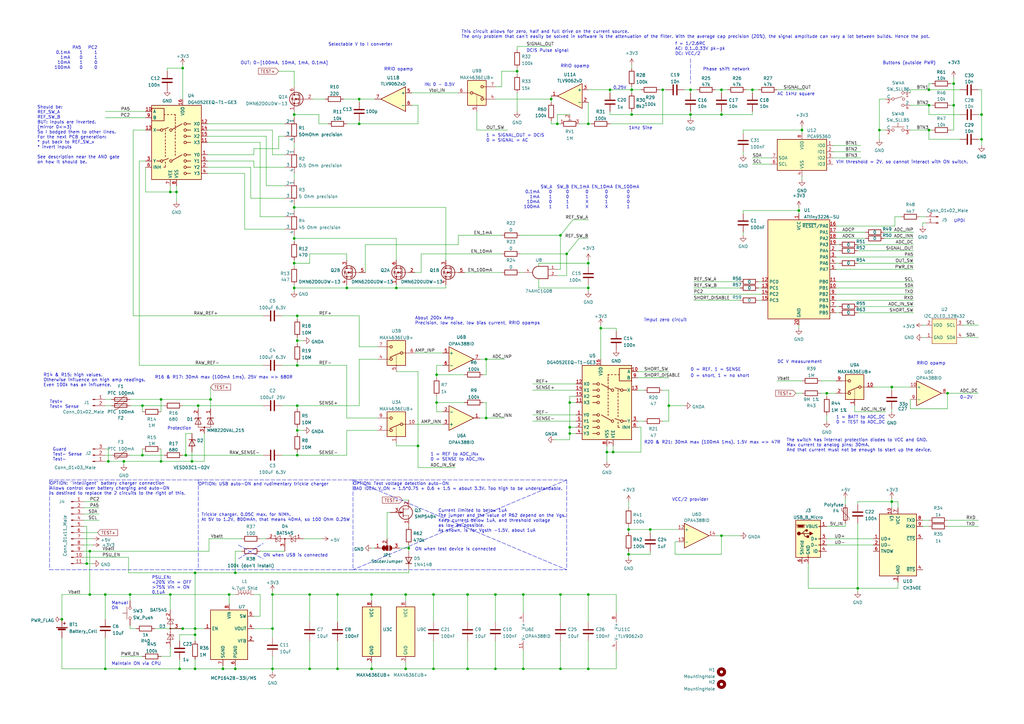
<source format=kicad_sch>
(kicad_sch (version 20211123) (generator eeschema)
  (paper "A3")
  (junction (at 142.24 118.11))
  (junction (at 127 274.32))
  (junction (at 248.92 185.42))
  (junction (at 241.3 118.11))
  (junction (at 402.59 46.99))
  (junction (at 111.76 274.32))
  (junction (at 166.37 243.84))
  (junction (at 191.77 243.84))
  (junction (at 199.39 147.32))
  (junction (at 138.43 243.84))
  (junction (at 365.76 158.75))
  (junction (at 259.08 36.83))
  (junction (at 36.83 226.06))
  (junction (at 111.76 243.84))
  (junction (at 120.65 118.11))
  (junction (at 391.16 34.29))
  (junction (at 73.66 274.32))
  (junction (at 241.3 107.95))
  (junction (at 111.76 257.81))
  (junction (at 120.65 46.99))
  (junction (at 232.41 104.14))
  (junction (at 72.39 78.74))
  (junction (at 381 43.18))
  (junction (at 246.38 134.62))
  (junction (at 93.98 243.84))
  (junction (at 78.74 189.23))
  (junction (at 80.01 274.32))
  (junction (at 388.62 161.29))
  (junction (at 121.92 139.7))
  (junction (at 177.8 243.84))
  (junction (at 274.32 166.37))
  (junction (at 66.04 189.23))
  (junction (at 203.2 274.32))
  (junction (at 96.52 234.95))
  (junction (at 171.45 182.88))
  (junction (at 25.4 254))
  (junction (at 191.77 274.32))
  (junction (at 147.32 40.64))
  (junction (at 241.3 274.32))
  (junction (at 283.21 36.83))
  (junction (at 233.68 165.1))
  (junction (at 266.7 217.17))
  (junction (at 212.09 29.21))
  (junction (at 86.36 163.83))
  (junction (at 179.07 153.67))
  (junction (at 365.76 205.74))
  (junction (at 69.85 78.74))
  (junction (at 360.68 53.34))
  (junction (at 381 36.83))
  (junction (at 199.39 171.45))
  (junction (at 58.42 186.69))
  (junction (at 328.93 53.34))
  (junction (at 402.59 57.15))
  (junction (at 121.92 176.53))
  (junction (at 233.68 177.8))
  (junction (at 203.2 243.84))
  (junction (at 53.34 243.84))
  (junction (at 351.79 241.3))
  (junction (at 74.93 257.81))
  (junction (at 43.18 243.84))
  (junction (at 214.63 274.32))
  (junction (at 58.42 166.37))
  (junction (at 152.4 274.32))
  (junction (at 283.21 46.99))
  (junction (at 257.81 217.17))
  (junction (at 167.64 224.79))
  (junction (at 81.28 166.37))
  (junction (at 120.65 97.79))
  (junction (at 121.92 166.37))
  (junction (at 35.56 231.14))
  (junction (at 152.4 243.84))
  (junction (at 228.6 50.8))
  (junction (at 121.92 186.69))
  (junction (at 339.09 161.29))
  (junction (at 162.56 118.11))
  (junction (at 147.32 50.8))
  (junction (at 271.78 36.83))
  (junction (at 214.63 243.84))
  (junction (at 121.92 149.86))
  (junction (at 69.85 243.84))
  (junction (at 295.91 219.71))
  (junction (at 50.8 189.23))
  (junction (at 127 243.84))
  (junction (at 96.52 274.32))
  (junction (at 43.18 274.32))
  (junction (at 381 53.34))
  (junction (at 166.37 274.32))
  (junction (at 295.91 46.99))
  (junction (at 251.46 185.42))
  (junction (at 241.3 50.8))
  (junction (at 391.16 43.18))
  (junction (at 308.61 36.83))
  (junction (at 36.83 243.84))
  (junction (at 259.08 46.99))
  (junction (at 327.66 86.36))
  (junction (at 91.44 274.32))
  (junction (at 80.01 260.35))
  (junction (at 76.2 186.69))
  (junction (at 295.91 36.83))
  (junction (at 229.87 274.32))
  (junction (at 257.81 227.33))
  (junction (at 80.01 234.95))
  (junction (at 229.87 243.84))
  (junction (at 179.07 165.1))
  (junction (at 177.8 274.32))
  (junction (at 80.01 257.81))
  (junction (at 74.93 27.94))
  (junction (at 138.43 274.32))
  (junction (at 120.65 107.95))
  (junction (at 66.04 163.83))
  (junction (at 233.68 175.26))
  (junction (at 229.87 96.52))
  (junction (at 241.3 243.84))
  (junction (at 226.06 40.64))
  (junction (at 44.45 189.23))
  (junction (at 121.92 129.54))
  (junction (at 250.19 36.83))
  (junction (at 120.65 85.09))
  (wire (pts (xy 182.88 116.84) (xy 182.88 118.11)))
  (wire (pts (xy 212.09 27.94) (xy 212.09 29.21)))
  (wire (pts (xy 93.98 243.84) (xy 96.52 243.84)))
  (wire (pts (xy 327.66 133.35) (xy 327.66 134.62)))
  (wire (pts (xy 280.67 36.83) (xy 283.21 36.83)))
  (wire (pts (xy 80.01 274.32) (xy 91.44 274.32)))
  (wire (pts (xy 283.21 45.72) (xy 283.21 46.99)))
  (wire (pts (xy 232.41 113.03) (xy 228.6 113.03)))
  (wire (pts (xy 115.57 149.86) (xy 121.92 149.86)))
  (wire (pts (xy 171.45 182.88) (xy 171.45 191.77)))
  (wire (pts (xy 227.33 180.34) (xy 233.68 180.34)))
  (wire (pts (xy 120.65 83.82) (xy 120.65 85.09)))
  (wire (pts (xy 74.93 166.37) (xy 81.28 166.37)))
  (wire (pts (xy 378.46 215.9) (xy 381 215.9)))
  (wire (pts (xy 367.03 92.71) (xy 367.03 88.9)))
  (wire (pts (xy 203.2 274.32) (xy 203.2 262.89)))
  (polyline (pts (xy 81.28 196.85) (xy 81.28 233.68)))
  (wire (pts (xy 111.76 274.32) (xy 127 274.32)))
  (wire (pts (xy 233.68 175.26) (xy 233.68 177.8)))
  (wire (pts (xy 234.95 90.17) (xy 229.87 96.52)))
  (wire (pts (xy 339.09 161.29) (xy 342.9 161.29)))
  (wire (pts (xy 388.62 167.64) (xy 388.62 161.29)))
  (wire (pts (xy 36.83 226.06) (xy 85.725 226.06)))
  (wire (pts (xy 34.29 208.28) (xy 40.64 208.28)))
  (wire (pts (xy 339.09 223.52) (xy 358.14 223.52)))
  (wire (pts (xy 106.68 88.9) (xy 106.68 58.42)))
  (wire (pts (xy 262.89 175.26) (xy 262.89 185.42)))
  (wire (pts (xy 344.17 128.27) (xy 342.9 128.27)))
  (wire (pts (xy 115.57 166.37) (xy 121.92 166.37)))
  (wire (pts (xy 85.725 226.06) (xy 85.725 220.98)))
  (wire (pts (xy 191.77 262.89) (xy 191.77 274.32)))
  (wire (pts (xy 304.8 95.25) (xy 304.8 96.52)))
  (wire (pts (xy 199.39 147.32) (xy 196.85 147.32)))
  (wire (pts (xy 59.69 66.04) (xy 57.15 66.04)))
  (wire (pts (xy 43.18 189.23) (xy 44.45 189.23)))
  (wire (pts (xy 378.46 213.36) (xy 381 213.36)))
  (wire (pts (xy 121.92 166.37) (xy 121.92 167.64)))
  (wire (pts (xy 142.24 186.69) (xy 121.92 186.69)))
  (wire (pts (xy 391.16 53.34) (xy 391.16 43.18)))
  (wire (pts (xy 142.24 118.11) (xy 162.56 118.11)))
  (wire (pts (xy 91.44 274.32) (xy 91.44 273.05)))
  (wire (pts (xy 86.36 163.83) (xy 86.36 167.64)))
  (wire (pts (xy 214.63 243.84) (xy 229.87 243.84)))
  (wire (pts (xy 104.14 68.58) (xy 104.14 66.04)))
  (wire (pts (xy 104.14 60.96) (xy 114.3 60.96)))
  (wire (pts (xy 66.04 184.15) (xy 66.04 189.23)))
  (wire (pts (xy 50.8 189.23) (xy 66.04 189.23)))
  (wire (pts (xy 138.43 274.32) (xy 138.43 262.89)))
  (wire (pts (xy 271.78 50.8) (xy 250.19 50.8)))
  (wire (pts (xy 43.18 186.69) (xy 45.72 186.69)))
  (wire (pts (xy 121.92 186.69) (xy 121.92 185.42)))
  (wire (pts (xy 171.45 50.8) (xy 171.45 43.18)))
  (wire (pts (xy 394.97 138.43) (xy 401.32 138.43)))
  (wire (pts (xy 327.66 86.36) (xy 327.66 87.63)))
  (wire (pts (xy 25.4 274.32) (xy 43.18 274.32)))
  (wire (pts (xy 116.84 88.9) (xy 106.68 88.9)))
  (wire (pts (xy 339.09 220.98) (xy 358.14 220.98)))
  (wire (pts (xy 187.96 100.33) (xy 149.86 100.33)))
  (wire (pts (xy 336.55 161.29) (xy 339.09 161.29)))
  (wire (pts (xy 212.09 19.05) (xy 226.06 19.05)))
  (wire (pts (xy 220.98 107.95) (xy 220.98 109.22)))
  (wire (pts (xy 283.21 46.99) (xy 259.08 46.99)))
  (wire (pts (xy 261.62 160.02) (xy 264.16 160.02)))
  (wire (pts (xy 74.93 26.67) (xy 74.93 27.94)))
  (wire (pts (xy 360.68 53.34) (xy 363.22 53.34)))
  (wire (pts (xy 59.69 53.34) (xy 54.61 53.34)))
  (wire (pts (xy 177.8 243.84) (xy 191.77 243.84)))
  (wire (pts (xy 80.01 234.95) (xy 96.52 234.95)))
  (wire (pts (xy 218.44 170.18) (xy 236.22 170.18)))
  (polyline (pts (xy 81.28 196.85) (xy 20.32 196.85)))
  (wire (pts (xy 259.08 26.67) (xy 259.08 27.94)))
  (wire (pts (xy 182.88 106.68) (xy 182.88 85.09)))
  (wire (pts (xy 81.28 166.37) (xy 107.95 166.37)))
  (wire (pts (xy 284.48 120.65) (xy 312.42 120.65)))
  (wire (pts (xy 72.39 76.2) (xy 72.39 78.74)))
  (wire (pts (xy 85.09 63.5) (xy 104.14 63.5)))
  (wire (pts (xy 341.63 62.23) (xy 353.06 62.23)))
  (wire (pts (xy 351.79 107.95) (xy 374.65 107.95)))
  (wire (pts (xy 72.39 78.74) (xy 69.85 78.74)))
  (wire (pts (xy 121.92 166.37) (xy 147.32 166.37)))
  (wire (pts (xy 109.22 76.2) (xy 109.22 55.88)))
  (wire (pts (xy 389.89 43.18) (xy 391.16 43.18)))
  (wire (pts (xy 177.8 243.84) (xy 177.8 255.27)))
  (wire (pts (xy 241.3 50.8) (xy 242.57 50.8)))
  (wire (pts (xy 96.52 274.32) (xy 111.76 274.32)))
  (wire (pts (xy 35.56 215.9) (xy 34.29 215.9)))
  (wire (pts (xy 121.92 149.86) (xy 142.24 149.86)))
  (wire (pts (xy 76.2 186.69) (xy 107.95 186.69)))
  (wire (pts (xy 351.79 205.74) (xy 351.79 207.01)))
  (wire (pts (xy 100.33 71.12) (xy 85.09 71.12)))
  (wire (pts (xy 195.58 45.72) (xy 195.58 53.34)))
  (wire (pts (xy 214.63 266.7) (xy 214.63 274.32)))
  (polyline (pts (xy 20.32 233.68) (xy 81.28 233.68)))
  (wire (pts (xy 179.07 153.67) (xy 179.07 154.94)))
  (wire (pts (xy 308.61 64.77) (xy 316.23 64.77)))
  (wire (pts (xy 53.34 257.81) (xy 55.88 257.81)))
  (wire (pts (xy 374.65 128.27) (xy 351.79 128.27)))
  (wire (pts (xy 147.32 166.37) (xy 147.32 147.32)))
  (wire (pts (xy 142.24 118.11) (xy 120.65 118.11)))
  (wire (pts (xy 360.68 53.34) (xy 360.68 57.15)))
  (wire (pts (xy 241.3 243.84) (xy 241.3 255.27)))
  (wire (pts (xy 120.65 46.99) (xy 120.65 48.26)))
  (wire (pts (xy 154.94 176.53) (xy 142.24 176.53)))
  (wire (pts (xy 111.76 274.32) (xy 111.76 269.24)))
  (wire (pts (xy 252.73 134.62) (xy 252.73 135.89)))
  (wire (pts (xy 261.62 152.4) (xy 274.32 152.4)))
  (wire (pts (xy 121.92 139.7) (xy 121.92 140.97)))
  (wire (pts (xy 373.38 163.83) (xy 373.38 167.64)))
  (wire (pts (xy 389.89 53.34) (xy 391.16 53.34)))
  (wire (pts (xy 59.69 45.72) (xy 43.18 45.72)))
  (wire (pts (xy 147.32 50.8) (xy 147.32 49.53)))
  (wire (pts (xy 147.32 147.32) (xy 154.94 147.32)))
  (wire (pts (xy 229.87 262.89) (xy 229.87 274.32)))
  (wire (pts (xy 73.66 260.35) (xy 80.01 260.35)))
  (wire (pts (xy 274.32 166.37) (xy 280.67 166.37)))
  (wire (pts (xy 115.57 129.54) (xy 121.92 129.54)))
  (wire (pts (xy 104.14 252.73) (xy 106.68 252.73)))
  (wire (pts (xy 252.73 243.84) (xy 252.73 251.46)))
  (wire (pts (xy 120.65 45.72) (xy 120.65 46.99)))
  (wire (pts (xy 365.76 158.75) (xy 365.76 160.02)))
  (wire (pts (xy 74.93 27.94) (xy 68.58 27.94)))
  (wire (pts (xy 54.61 53.34) (xy 54.61 129.54)))
  (wire (pts (xy 331.47 231.14) (xy 331.47 241.3)))
  (polyline (pts (xy 144.78 233.68) (xy 232.41 233.68)))
  (wire (pts (xy 304.8 86.36) (xy 304.8 87.63)))
  (wire (pts (xy 212.09 20.32) (xy 212.09 19.05)))
  (wire (pts (xy 220.98 107.95) (xy 241.3 107.95)))
  (wire (pts (xy 304.8 62.23) (xy 304.8 63.5)))
  (wire (pts (xy 308.61 36.83) (xy 311.15 36.83)))
  (polyline (pts (xy 20.32 196.85) (xy 20.32 233.68)))
  (wire (pts (xy 252.73 274.32) (xy 241.3 274.32)))
  (wire (pts (xy 120.65 29.21) (xy 120.65 35.56)))
  (wire (pts (xy 271.78 36.83) (xy 273.05 36.83)))
  (wire (pts (xy 166.37 271.78) (xy 166.37 274.32)))
  (wire (pts (xy 177.8 274.32) (xy 177.8 262.89)))
  (wire (pts (xy 80.01 257.81) (xy 83.82 257.81)))
  (wire (pts (xy 121.92 129.54) (xy 121.92 130.81)))
  (wire (pts (xy 362.585 97.79) (xy 374.65 97.79)))
  (wire (pts (xy 233.68 162.56) (xy 233.68 165.1)))
  (wire (pts (xy 351.79 214.63) (xy 351.79 241.3)))
  (wire (pts (xy 43.18 261.62) (xy 43.18 274.32)))
  (polyline (pts (xy 144.78 233.045) (xy 144.78 196.85)))
  (wire (pts (xy 138.43 243.84) (xy 152.4 243.84)))
  (wire (pts (xy 381 57.15) (xy 381 53.34)))
  (wire (pts (xy 328.93 72.39) (xy 328.93 73.66)))
  (wire (pts (xy 368.3 238.76) (xy 368.3 241.3)))
  (wire (pts (xy 295.91 219.71) (xy 303.53 219.71)))
  (wire (pts (xy 69.85 265.43) (xy 69.85 269.24)))
  (wire (pts (xy 266.7 218.44) (xy 266.7 217.17)))
  (wire (pts (xy 85.09 68.58) (xy 102.87 68.58)))
  (wire (pts (xy 181.61 168.91) (xy 179.07 168.91)))
  (wire (pts (xy 111.76 243.84) (xy 127 243.84)))
  (wire (pts (xy 53.34 243.84) (xy 53.34 246.38)))
  (wire (pts (xy 218.44 157.48) (xy 236.22 157.48)))
  (wire (pts (xy 205.74 29.21) (xy 212.09 29.21)))
  (wire (pts (xy 284.48 115.57) (xy 303.53 115.57)))
  (wire (pts (xy 351.79 205.74) (xy 365.76 205.74)))
  (wire (pts (xy 120.65 118.11) (xy 120.65 116.84)))
  (wire (pts (xy 308.61 46.99) (xy 308.61 45.72)))
  (wire (pts (xy 229.87 243.84) (xy 241.3 243.84)))
  (wire (pts (xy 388.62 213.36) (xy 401.32 213.36)))
  (wire (pts (xy 339.09 170.18) (xy 339.09 172.72)))
  (wire (pts (xy 394.97 133.35) (xy 401.32 133.35)))
  (wire (pts (xy 116.84 50.8) (xy 85.09 50.8)))
  (wire (pts (xy 360.68 40.64) (xy 360.68 53.34)))
  (wire (pts (xy 342.9 102.87) (xy 344.17 102.87)))
  (wire (pts (xy 43.18 274.32) (xy 73.66 274.32)))
  (wire (pts (xy 308.61 36.83) (xy 308.61 38.1)))
  (wire (pts (xy 241.3 41.91) (xy 241.3 50.8)))
  (wire (pts (xy 212.09 29.21) (xy 212.09 30.48)))
  (wire (pts (xy 172.72 104.14) (xy 205.74 104.14)))
  (wire (pts (xy 214.63 274.32) (xy 203.2 274.32)))
  (wire (pts (xy 120.65 107.95) (xy 120.65 109.22)))
  (wire (pts (xy 214.63 243.84) (xy 214.63 251.46)))
  (wire (pts (xy 43.18 184.15) (xy 44.45 184.15)))
  (wire (pts (xy 72.39 78.74) (xy 72.39 82.55)))
  (wire (pts (xy 116.84 81.28) (xy 102.87 81.28)))
  (wire (pts (xy 142.24 50.8) (xy 147.32 50.8)))
  (wire (pts (xy 246.38 134.62) (xy 246.38 147.32)))
  (wire (pts (xy 120.65 29.21) (xy 114.3 29.21)))
  (wire (pts (xy 295.91 36.83) (xy 298.45 36.83)))
  (wire (pts (xy 195.58 53.34) (xy 208.28 53.34)))
  (wire (pts (xy 179.07 168.91) (xy 179.07 165.1)))
  (wire (pts (xy 66.04 189.23) (xy 78.74 189.23)))
  (wire (pts (xy 271.78 172.72) (xy 274.32 172.72)))
  (wire (pts (xy 373.38 36.83) (xy 381 36.83)))
  (wire (pts (xy 237.49 97.79) (xy 241.3 97.79)))
  (wire (pts (xy 381 34.29) (xy 381 36.83)))
  (wire (pts (xy 120.65 96.52) (xy 120.65 97.79)))
  (polyline (pts (xy 144.78 196.85) (xy 81.28 196.85)))
  (wire (pts (xy 373.38 53.34) (xy 381 53.34)))
  (wire (pts (xy 351.79 102.87) (xy 374.65 102.87)))
  (wire (pts (xy 170.18 173.99) (xy 181.61 173.99)))
  (wire (pts (xy 121.92 176.53) (xy 124.46 176.53)))
  (wire (pts (xy 198.12 165.1) (xy 199.39 165.1)))
  (wire (pts (xy 35.56 231.14) (xy 35.56 215.9)))
  (wire (pts (xy 295.91 45.72) (xy 295.91 46.99)))
  (wire (pts (xy 342.9 97.79) (xy 354.965 97.79)))
  (wire (pts (xy 69.85 78.74) (xy 69.85 76.2)))
  (wire (pts (xy 142.24 176.53) (xy 142.24 186.69)))
  (wire (pts (xy 121.92 139.7) (xy 124.46 139.7)))
  (wire (pts (xy 106.68 220.98) (xy 109.22 220.98)))
  (wire (pts (xy 36.83 226.06) (xy 36.83 243.84)))
  (polyline (pts (xy 144.78 196.85) (xy 232.41 196.85)))
  (wire (pts (xy 377.19 88.9) (xy 379.73 88.9)))
  (wire (pts (xy 58.42 184.15) (xy 58.42 186.69)))
  (wire (pts (xy 285.75 36.83) (xy 283.21 36.83)))
  (wire (pts (xy 34.29 231.14) (xy 35.56 231.14)))
  (wire (pts (xy 53.34 256.54) (xy 53.34 257.81)))
  (wire (pts (xy 350.52 168.91) (xy 363.22 168.91)))
  (polyline (pts (xy 97.79 229.235) (xy 107.95 222.885)))
  (wire (pts (xy 350.52 168.91) (xy 350.52 166.37)))
  (wire (pts (xy 34.29 213.36) (xy 40.64 213.36)))
  (wire (pts (xy 311.15 123.19) (xy 312.42 123.19)))
  (wire (pts (xy 261.62 175.26) (xy 262.89 175.26)))
  (wire (pts (xy 170.18 111.76) (xy 172.72 111.76)))
  (wire (pts (xy 203.2 35.56) (xy 205.74 35.56)))
  (wire (pts (xy 66.04 163.83) (xy 86.36 163.83)))
  (wire (pts (xy 93.98 247.65) (xy 93.98 243.84)))
  (wire (pts (xy 342.9 95.25) (xy 354.965 95.25)))
  (wire (pts (xy 237.49 50.8) (xy 241.3 50.8)))
  (wire (pts (xy 59.69 48.26) (xy 43.18 48.26)))
  (wire (pts (xy 120.65 71.12) (xy 120.65 73.66)))
  (wire (pts (xy 342.9 92.71) (xy 367.03 92.71)))
  (wire (pts (xy 233.68 177.8) (xy 236.22 177.8)))
  (wire (pts (xy 121.92 175.26) (xy 121.92 176.53)))
  (wire (pts (xy 25.4 243.84) (xy 36.83 243.84)))
  (wire (pts (xy 152.4 243.84) (xy 166.37 243.84)))
  (wire (pts (xy 124.46 220.98) (xy 132.08 220.98)))
  (wire (pts (xy 35.56 231.14) (xy 38.1 231.14)))
  (wire (pts (xy 163.83 224.79) (xy 167.64 224.79)))
  (wire (pts (xy 111.76 242.57) (xy 111.76 243.84)))
  (wire (pts (xy 53.34 163.83) (xy 66.04 163.83)))
  (polyline (pts (xy 97.79 223.52) (xy 107.95 229.235)))
  (wire (pts (xy 241.3 118.11) (xy 220.98 118.11)))
  (wire (pts (xy 226.06 49.53) (xy 226.06 50.8)))
  (wire (pts (xy 402.59 36.83) (xy 402.59 46.99)))
  (wire (pts (xy 259.08 35.56) (xy 259.08 36.83)))
  (wire (pts (xy 327.66 85.09) (xy 327.66 86.36)))
  (wire (pts (xy 181.61 149.86) (xy 179.07 149.86)))
  (wire (pts (xy 190.5 165.1) (xy 179.07 165.1)))
  (wire (pts (xy 373.38 36.83) (xy 373.38 38.1)))
  (wire (pts (xy 59.69 68.58) (xy 59.69 78.74)))
  (wire (pts (xy 120.65 118.11) (xy 120.65 119.38)))
  (wire (pts (xy 271.78 160.02) (xy 274.32 160.02)))
  (wire (pts (xy 327.66 86.36) (xy 304.8 86.36)))
  (wire (pts (xy 233.68 165.1) (xy 236.22 165.1)))
  (wire (pts (xy 218.44 172.72) (xy 236.22 172.72)))
  (wire (pts (xy 232.41 104.14) (xy 232.41 113.03)))
  (wire (pts (xy 381 34.29) (xy 382.27 34.29)))
  (wire (pts (xy 205.74 96.52) (xy 187.96 96.52)))
  (wire (pts (xy 229.87 110.49) (xy 229.87 96.52)))
  (wire (pts (xy 170.18 144.78) (xy 181.61 144.78)))
  (wire (pts (xy 73.66 274.32) (xy 80.01 274.32)))
  (wire (pts (xy 57.15 149.86) (xy 107.95 149.86)))
  (wire (pts (xy 44.45 184.15) (xy 44.45 189.23)))
  (wire (pts (xy 284.48 118.11) (xy 303.53 118.11)))
  (wire (pts (xy 116.84 63.5) (xy 111.76 63.5)))
  (wire (pts (xy 106.68 243.84) (xy 104.14 243.84)))
  (wire (pts (xy 142.24 149.86) (xy 142.24 171.45)))
  (wire (pts (xy 121.92 148.59) (xy 121.92 149.86)))
  (wire (pts (xy 367.03 88.9) (xy 369.57 88.9)))
  (wire (pts (xy 266.7 227.33) (xy 266.7 226.06)))
  (wire (pts (xy 34.29 223.52) (xy 38.1 223.52)))
  (wire (pts (xy 339.09 161.29) (xy 339.09 162.56)))
  (wire (pts (xy 80.01 257.81) (xy 80.01 260.35)))
  (wire (pts (xy 171.45 191.77) (xy 186.69 191.77)))
  (wire (pts (xy 237.49 97.79) (xy 232.41 104.14)))
  (wire (pts (xy 127 274.32) (xy 138.43 274.32)))
  (wire (pts (xy 80.01 270.51) (xy 80.01 274.32)))
  (wire (pts (xy 147.32 142.24) (xy 154.94 142.24)))
  (wire (pts (xy 96.52 274.32) (xy 96.52 273.05)))
  (wire (pts (xy 78.74 177.8) (xy 76.2 177.8)))
  (wire (pts (xy 120.65 97.79) (xy 120.65 99.06)))
  (wire (pts (xy 53.34 243.84) (xy 69.85 243.84)))
  (wire (pts (xy 391.16 34.29) (xy 391.16 43.18)))
  (wire (pts (xy 246.38 134.62) (xy 252.73 134.62)))
  (wire (pts (xy 134.62 50.8) (xy 130.81 50.8)))
  (wire (pts (xy 43.18 163.83) (xy 45.72 163.83)))
  (wire (pts (xy 342.9 107.95) (xy 344.17 107.95)))
  (wire (pts (xy 130.81 50.8) (xy 130.81 46.99)))
  (wire (pts (xy 233.68 165.1) (xy 233.68 175.26)))
  (wire (pts (xy 391.16 31.75) (xy 391.16 34.29)))
  (wire (pts (xy 213.36 96.52) (xy 229.87 96.52)))
  (wire (pts (xy 182.88 85.09) (xy 120.65 85.09)))
  (wire (pts (xy 121.92 138.43) (xy 121.92 139.7)))
  (wire (pts (xy 121.92 129.54) (xy 147.32 129.54)))
  (wire (pts (xy 191.77 274.32) (xy 203.2 274.32)))
  (wire (pts (xy 368.3 241.3) (xy 351.79 241.3)))
  (wire (pts (xy 191.77 255.27) (xy 191.77 243.84)))
  (wire (pts (xy 86.36 158.75) (xy 86.36 163.83)))
  (wire (pts (xy 342.9 100.33) (xy 344.17 100.33)))
  (wire (pts (xy 283.21 46.99) (xy 283.21 48.26)))
  (polyline (pts (xy 81.28 233.68) (xy 144.78 233.68)))
  (wire (pts (xy 346.71 215.9) (xy 346.71 214.63)))
  (wire (pts (xy 328.93 53.34) (xy 304.8 53.34)))
  (wire (pts (xy 114.3 55.88) (xy 116.84 55.88)))
  (wire (pts (xy 251.46 185.42) (xy 251.46 182.88)))
  (wire (pts (xy 63.5 257.81) (xy 74.93 257.81)))
  (wire (pts (xy 259.08 46.99) (xy 259.08 45.72)))
  (wire (pts (xy 276.86 222.25) (xy 276.86 227.33)))
  (wire (pts (xy 34.29 226.06) (xy 36.83 226.06)))
  (wire (pts (xy 248.92 185.42) (xy 251.46 185.42)))
  (wire (pts (xy 373.38 167.64) (xy 388.62 167.64)))
  (wire (pts (xy 378.46 133.35) (xy 379.73 133.35)))
  (wire (pts (xy 241.3 107.95) (xy 241.3 109.22)))
  (wire (pts (xy 106.68 226.06) (xy 116.84 226.06)))
  (wire (pts (xy 318.77 156.21) (xy 328.93 156.21)))
  (wire (pts (xy 153.67 40.64) (xy 147.32 40.64)))
  (wire (pts (xy 251.46 185.42) (xy 262.89 185.42)))
  (wire (pts (xy 365.76 167.64) (xy 365.76 168.91)))
  (wire (pts (xy 158.75 210.185) (xy 158.75 220.98)))
  (wire (pts (xy 121.92 176.53) (xy 121.92 177.8)))
  (wire (pts (xy 69.85 243.84) (xy 93.98 243.84)))
  (wire (pts (xy 171.45 152.4) (xy 171.45 182.88)))
  (wire (pts (xy 228.6 50.8) (xy 226.06 50.8)))
  (polyline (pts (xy 232.41 196.85) (xy 232.41 233.68)))
  (wire (pts (xy 228.6 110.49) (xy 229.87 110.49)))
  (wire (pts (xy 158.75 210.185) (xy 160.02 210.185)))
  (wire (pts (xy 336.55 156.21) (xy 342.9 156.21)))
  (wire (pts (xy 25.4 261.62) (xy 25.4 274.32)))
  (polyline (pts (xy 232.41 196.85) (xy 144.78 233.68)))
  (wire (pts (xy 342.9 105.41) (xy 374.65 105.41)))
  (wire (pts (xy 342.9 120.65) (xy 374.65 120.65)))
  (wire (pts (xy 171.45 43.18) (xy 168.91 43.18)))
  (wire (pts (xy 326.39 161.29) (xy 328.93 161.29)))
  (wire (pts (xy 351.79 241.3) (xy 351.79 242.57)))
  (wire (pts (xy 365.76 158.75) (xy 373.38 158.75)))
  (wire (pts (xy 104.14 63.5) (xy 104.14 60.96)))
  (wire (pts (xy 106.68 252.73) (xy 106.68 243.84)))
  (wire (pts (xy 402.59 57.15) (xy 401.32 57.15)))
  (wire (pts (xy 59.69 78.74) (xy 69.85 78.74)))
  (wire (pts (xy 381 53.34) (xy 382.27 53.34)))
  (wire (pts (xy 381 36.83) (xy 393.7 36.83)))
  (wire (pts (xy 213.36 104.14) (xy 232.41 104.14)))
  (wire (pts (xy 52.705 228.6) (xy 52.705 234.95)))
  (wire (pts (xy 91.44 274.32) (xy 96.52 274.32)))
  (wire (pts (xy 257.81 227.33) (xy 266.7 227.33)))
  (wire (pts (xy 365.76 205.74) (xy 368.3 205.74)))
  (wire (pts (xy 190.5 111.76) (xy 205.74 111.76)))
  (wire (pts (xy 74.93 27.94) (xy 74.93 40.64)))
  (wire (pts (xy 402.59 57.15) (xy 402.59 59.69)))
  (wire (pts (xy 362.585 95.25) (xy 374.65 95.25)))
  (wire (pts (xy 120.65 85.09) (xy 120.65 86.36)))
  (wire (pts (xy 53.34 166.37) (xy 58.42 166.37)))
  (wire (pts (xy 368.3 205.74) (xy 368.3 208.28)))
  (wire (pts (xy 402.59 46.99) (xy 402.59 57.15)))
  (wire (pts (xy 187.96 96.52) (xy 187.96 100.33)))
  (wire (pts (xy 127 104.14) (xy 127 107.95)))
  (wire (pts (xy 226.06 39.37) (xy 226.06 40.64)))
  (wire (pts (xy 257.81 215.9) (xy 257.81 217.17)))
  (wire (pts (xy 50.8 189.23) (xy 50.8 190.5)))
  (wire (pts (xy 127 107.95) (xy 120.65 107.95)))
  (wire (pts (xy 358.14 158.75) (xy 365.76 158.75)))
  (wire (pts (xy 233.68 175.26) (xy 236.22 175.26)))
  (wire (pts (xy 166.37 243.84) (xy 177.8 243.84)))
  (wire (pts (xy 308.61 67.31) (xy 316.23 67.31)))
  (wire (pts (xy 66.04 269.24) (xy 69.85 269.24)))
  (wire (pts (xy 130.81 46.99) (xy 120.65 46.99)))
  (wire (pts (xy 318.77 36.83) (xy 330.2 36.83)))
  (wire (pts (xy 80.01 234.95) (xy 80.01 257.81)))
  (wire (pts (xy 378.46 138.43) (xy 379.73 138.43)))
  (wire (pts (xy 342.9 125.73) (xy 344.17 125.73)))
  (wire (pts (xy 147.32 40.64) (xy 140.97 40.64)))
  (wire (pts (xy 203.2 40.64) (xy 226.06 40.64)))
  (wire (pts (xy 111.76 257.81) (xy 111.76 261.62)))
  (wire (pts (xy 167.64 215.265) (xy 167.64 215.9)))
  (wire (pts (xy 165.1 205.105) (xy 167.64 205.105)))
  (wire (pts (xy 214.63 274.32) (xy 229.87 274.32)))
  (wire (pts (xy 220.98 114.3) (xy 220.98 118.11)))
  (wire (pts (xy 44.45 189.23) (xy 50.8 189.23)))
  (wire (pts (xy 66.04 163.83) (xy 66.04 168.91)))
  (wire (pts (xy 73.66 270.51) (xy 73.66 274.32)))
  (wire (pts (xy 250.19 38.1) (xy 250.19 36.83)))
  (wire (pts (xy 111.76 274.32) (xy 111.76 275.59)))
  (wire (pts (xy 229.87 274.32) (xy 241.3 274.32)))
  (wire (pts (xy 257.81 205.74) (xy 257.81 208.28)))
  (wire (pts (xy 271.78 36.83) (xy 271.78 50.8)))
  (wire (pts (xy 199.39 147.32) (xy 207.01 147.32)))
  (wire (pts (xy 76.2 177.8) (xy 76.2 186.69)))
  (wire (pts (xy 179.07 149.86) (xy 179.07 153.67)))
  (wire (pts (xy 199.39 171.45) (xy 196.85 171.45)))
  (wire (pts (xy 78.74 189.23) (xy 83.82 189.23)))
  (wire (pts (xy 378.46 91.44) (xy 378.46 92.71)))
  (wire (pts (xy 311.15 115.57) (xy 312.42 115.57)))
  (wire (pts (xy 190.5 153.67) (xy 179.07 153.67)))
  (wire (pts (xy 179.07 165.1) (xy 179.07 162.56)))
  (wire (pts (xy 401.32 36.83) (xy 402.59 36.83)))
  (wire (pts (xy 393.7 46.99) (xy 381 46.99)))
  (wire (pts (xy 58.42 186.69) (xy 67.31 186.69)))
  (wire (pts (xy 328.93 52.07) (xy 328.93 53.34)))
  (wire (pts (xy 241.3 36.83) (xy 250.19 36.83)))
  (wire (pts (xy 102.87 68.58) (xy 102.87 81.28)))
  (wire (pts (xy 250.19 36.83) (xy 259.08 36.83)))
  (wire (pts (xy 259.08 46.99) (xy 250.19 46.99)))
  (wire (pts (xy 127 243.84) (xy 138.43 243.84)))
  (wire (pts (xy 278.13 222.25) (xy 276.86 222.25)))
  (wire (pts (xy 241.3 119.38) (xy 241.3 118.11)))
  (wire (pts (xy 152.4 224.79) (xy 153.67 224.79)))
  (wire (pts (xy 162.56 182.88) (xy 162.56 181.61)))
  (wire (pts (xy 259.08 36.83) (xy 259.08 38.1)))
  (wire (pts (xy 96.52 234.95) (xy 167.64 234.95)))
  (wire (pts (xy 203.2 243.84) (xy 203.2 255.27)))
  (wire (pts (xy 78.74 185.42) (xy 78.74 189.23)))
  (wire (pts (xy 85.725 220.98) (xy 99.06 220.98)))
  (wire (pts (xy 261.62 172.72) (xy 264.16 172.72)))
  (wire (pts (xy 116.84 93.98) (xy 100.33 93.98)))
  (wire (pts (xy 205.74 35.56) (xy 205.74 29.21)))
  (wire (pts (xy 276.86 227.33) (xy 295.91 227.33)))
  (polyline (pts (xy 283.21 24.13) (xy 283.21 34.29)))
  (wire (pts (xy 270.51 36.83) (xy 271.78 36.83)))
  (wire (pts (xy 250.19 46.99) (xy 250.19 45.72)))
  (wire (pts (xy 295.91 36.83) (xy 295.91 38.1)))
  (wire (pts (xy 241.3 106.68) (xy 241.3 107.95)))
  (wire (pts (xy 171.45 182.88) (xy 162.56 182.88)))
  (wire (pts (xy 36.83 243.84) (xy 43.18 243.84)))
  (wire (pts (xy 388.62 161.29) (xy 401.32 161.29)))
  (wire (pts (xy 226.06 40.64) (xy 226.06 41.91)))
  (wire (pts (xy 152.4 271.78) (xy 152.4 274.32)))
  (wire (pts (xy 306.07 36.83) (xy 308.61 36.83)))
  (wire (pts (xy 402.59 46.99) (xy 401.32 46.99)))
  (wire (pts (xy 58.42 166.37) (xy 58.42 168.91)))
  (wire (pts (xy 69.85 243.84) (xy 69.85 250.19)))
  (wire (pts (xy 393.7 57.15) (xy 381 57.15)))
  (wire (pts (xy 241.3 118.11) (xy 241.3 116.84)))
  (wire (pts (xy 167.64 223.52) (xy 167.64 224.79)))
  (wire (pts (xy 100.33 93.98) (xy 100.33 71.12)))
  (wire (pts (xy 111.76 243.84) (xy 111.76 257.81)))
  (wire (pts (xy 311.15 118.11) (xy 312.42 118.11)))
  (wire (pts (xy 127 255.27) (xy 127 243.84)))
  (wire (pts (xy 259.08 36.83) (xy 262.89 36.83)))
  (wire (pts (xy 147.32 40.64) (xy 147.32 41.91)))
  (wire (pts (xy 85.09 53.34) (xy 111.76 53.34)))
  (wire (pts (xy 43.18 243.84) (xy 53.34 243.84)))
  (wire (pts (xy 149.86 111.76) (xy 149.86 100.33)))
  (wire (pts (xy 167.64 234.95) (xy 167.64 233.68)))
  (wire (pts (xy 257.81 227.33) (xy 257.81 228.6)))
  (wire (pts (xy 120.65 58.42) (xy 120.65 60.96)))
  (wire (pts (xy 213.36 111.76) (xy 214.63 111.76)))
  (wire (pts (xy 339.09 215.9) (xy 346.71 215.9)))
  (wire (pts (xy 162.56 116.84) (xy 162.56 118.11)))
  (wire (pts (xy 68.58 27.94) (xy 68.58 29.21)))
  (wire (pts (xy 295.91 219.71) (xy 293.37 219.71)))
  (wire (pts (xy 295.91 46.99) (xy 308.61 46.99)))
  (wire (pts (xy 342.9 123.19) (xy 374.65 123.19)))
  (wire (pts (xy 234.95 90.17) (xy 241.3 90.17)))
  (wire (pts (xy 152.4 274.32) (xy 166.37 274.32)))
  (wire (pts (xy 187.96 38.1) (xy 168.91 38.1)))
  (wire (pts (xy 43.18 243.84) (xy 43.18 254)))
  (wire (pts (xy 74.93 257.81) (xy 80.01 257.81)))
  (wire (pts (xy 365.76 204.47) (xy 365.76 205.74)))
  (wire (pts (xy 104.14 66.04) (xy 85.09 66.04)))
  (wire (pts (xy 172.72 104.14) (xy 172.72 111.76)))
  (wire (pts (xy 34.29 220.98) (xy 38.1 220.98)))
  (wire (pts (xy 58.42 166.37) (xy 67.31 166.37)))
  (wire (pts (xy 166.37 243.84) (xy 166.37 246.38)))
  (wire (pts (xy 99.06 226.06) (xy 96.52 226.06)))
  (wire (pts (xy 147.32 129.54) (xy 147.32 142.24)))
  (wire (pts (xy 73.66 262.89) (xy 73.66 260.35)))
  (wire (pts (xy 96.52 226.06) (xy 96.52 234.95)))
  (wire (pts (xy 351.79 125.73) (xy 374.65 125.73)))
  (wire (pts (xy 152.4 243.84) (xy 152.4 246.38)))
  (wire (pts (xy 212.09 38.1) (xy 212.09 45.72)))
  (wire (pts (xy 328.93 53.34) (xy 328.93 54.61)))
  (wire (pts (xy 342.9 115.57) (xy 374.65 115.57)))
  (wire (pts (xy 162.56 97.79) (xy 162.56 106.68)))
  (wire (pts (xy 53.34 186.69) (xy 58.42 186.69)))
  (wire (pts (xy 74.93 186.69) (xy 76.2 186.69)))
  (wire (pts (xy 304.8 53.34) (xy 304.8 54.61)))
  (wire (pts (xy 142.24 104.14) (xy 127 104.14)))
  (wire (pts (xy 198.12 153.67) (xy 199.39 153.67)))
  (wire (pts (xy 43.18 166.37) (xy 45.72 166.37)))
  (wire (pts (xy 138.43 243.84) (xy 138.43 255.27)))
  (wire (pts (xy 218.44 160.02) (xy 236.22 160.02)))
  (wire (pts (xy 248.92 182.88) (xy 248.92 185.42)))
  (wire (pts (xy 49.53 269.24) (xy 58.42 269.24)))
  (wire (pts (xy 162.56 152.4) (xy 171.45 152.4)))
  (wire (pts (xy 52.705 234.95) (xy 80.01 234.95)))
  (wire (pts (xy 274.32 166.37) (xy 274.32 172.72)))
  (wire (pts (xy 106.68 58.42) (xy 85.09 58.42)))
  (wire (pts (xy 162.56 118.11) (xy 182.88 118.11)))
  (wire (pts (xy 34.29 228.6) (xy 52.705 228.6)))
  (wire (pts (xy 116.84 76.2) (xy 109.22 76.2)))
  (wire (pts (xy 120.65 97.79) (xy 162.56 97.79)))
  (wire (pts (xy 341.63 59.69) (xy 353.06 59.69)))
  (wire (pts (xy 80.01 260.35) (xy 80.01 262.89)))
  (wire (pts (xy 261.62 154.94) (xy 274.32 154.94)))
  (wire (pts (xy 116.84 68.58) (xy 104.14 68.58)))
  (wire (pts (xy 363.22 40.64) (xy 360.68 40.64)))
  (wire (pts (xy 379.73 91.44) (xy 378.46 91.44)))
  (wire (pts (xy 342.9 110.49) (xy 374.65 110.49)))
  (wire (pts (xy 114.3 60.96) (xy 114.3 55.88)))
  (wire (pts (xy 54.61 129.54) (xy 107.95 129.54)))
  (wire (pts (xy 346.71 204.47) (xy 346.71 207.01)))
  (wire (pts (xy 342.9 118.11) (xy 374.65 118.11)))
  (wire (pts (xy 246.38 133.35) (xy 246.38 134.62)))
  (wire (pts (xy 199.39 153.67) (xy 199.39 147.32)))
  (wire (pts (xy 177.8 274.32) (xy 191.77 274.32)))
  (wire (pts (xy 109.22 55.88) (xy 85.09 55.88)))
  (wire (pts (xy 257.81 217.17) (xy 257.81 218.44)))
  (wire (pts (xy 266.7 217.17) (xy 257.81 217.17)))
  (wire (pts (xy 229.87 255.27) (xy 229.87 243.84)))
  (wire (pts (xy 127 262.89) (xy 127 274.32)))
  (wire (pts (xy 236.22 162.56) (xy 233.68 162.56)))
  (wire (pts (xy 34.29 210.82) (xy 40.64 210.82)))
  (wire (pts (xy 351.79 241.3) (xy 331.47 241.3)))
  (wire (pts (xy 120.65 106.68) (xy 120.65 107.95)))
  (wire (pts (xy 233.68 177.8) (xy 233.68 180.34)))
  (wire (pts (xy 166.37 274.32) (xy 177.8 274.32)))
  (wire (pts (xy 142.24 171.45) (xy 154.94 171.45)))
  (wire (pts (xy 388.62 215.9) (xy 401.32 215.9)))
  (wire (pts (xy 152.4 274.32) (xy 138.43 274.32)))
  (wire (pts (xy 283.21 46.99) (xy 295.91 46.99)))
  (wire (pts (xy 241.3 274.32) (xy 241.3 262.89)))
  (wire (pts (xy 81.28 166.37) (xy 81.28 167.64)))
  (wire (pts (xy 203.2 243.84) (xy 214.63 243.84)))
  (wire (pts (xy 391.16 34.29) (xy 389.89 34.29)))
  (wire (pts (xy 142.24 116.84) (xy 142.24 118.11)))
  (wire (pts (xy 341.63 64.77) (xy 353.06 64.77)))
  (wire (pts (xy 233.68 46.99) (xy 228.6 46.99)))
  (wire (pts (xy 147.32 50.8) (xy 171.45 50.8)))
  (wire (pts (xy 284.48 123.19) (xy 303.53 123.19)))
  (wire (pts (xy 295.91 227.33) (xy 295.91 219.71)))
  (wire (pts (xy 199.39 165.1) (xy 199.39 171.45)))
  (wire (pts (xy 381 46.99) (xy 381 43.18)))
  (wire (pts (xy 167.64 224.79) (xy 167.64 226.06)))
  (wire (pts (xy 133.35 40.64) (xy 128.27 40.64)))
  (polyline (pts (xy 144.78 196.85) (xy 232.41 233.68)))
  (wire (pts (xy 34.29 205.74) (xy 40.64 205.74)))
  (wire (pts (xy 248.92 185.42) (xy 248.92 189.23)))
  (wire (pts (xy 111.76 53.34) (xy 111.76 63.5)))
  (wire (pts (xy 266.7 217.17) (xy 278.13 217.17)))
  (wire (pts (xy 142.24 106.68) (xy 142.24 104.14)))
  (wire (pts (xy 274.32 160.02) (xy 274.32 166.37)))
  (wire (pts (xy 228.6 50.8) (xy 229.87 50.8)))
  (wire (pts (xy 373.38 43.18) (xy 381 43.18)))
  (wire (pts (xy 381 43.18) (xy 382.27 43.18)))
  (wire (pts (xy 252.73 266.7) (xy 252.73 274.32)))
  (wire (pts (xy 199.39 171.45) (xy 207.01 171.45)))
  (wire (pts (xy 351.79 100.33) (xy 374.65 100.33)))
  (wire (pts (xy 25.4 243.84) (xy 25.4 254)))
  (wire (pts (xy 257.81 226.06) (xy 257.81 227.33)))
  (wire (pts (xy 365.76 205.74) (xy 365.76 208.28)))
  (wire (pts (xy 228.6 46.99) (xy 228.6 50.8)))
  (wire (pts (xy 283.21 36.83) (xy 283.21 38.1)))
  (wire (pts (xy 34.29 218.44) (xy 40.005 218.44)))
  (wire (pts (xy 241.3 243.84) (xy 252.73 243.84)))
  (wire (pts (xy 104.14 257.81) (xy 111.76 257.81)))
  (wire (pts (xy 115.57 186.69) (xy 121.92 186.69)))
  (wire (pts (xy 57.15 149.86) (xy 57.15 66.04)))
  (wire (pts (xy 83.82 177.8) (xy 83.82 189.23)))
  (wire (pts (xy 293.37 36.83) (xy 295.91 36.83)))
  (wire (pts (xy 191.77 243.84) (xy 203.2 243.84)))
  (text "R20 & R21: 30mA max (100mA 1ms). 1.5V max => 47R" (at 264.16 182.245 0) (effects (font (size 1.27 1.27)) (justify left bottom)))
  (text "0-2V" (at 393.7 163.83 0) (effects (font (size 1.27 1.27)) (justify left bottom)))
  (text "0 = REF, 1 = SENSE" (at 283.21 152.4 0) (effects (font (size 1.27 1.27)) (justify left bottom)))
  (text "Protection" (at 68.58 176.53 0) (effects (font (size 1.27 1.27)) (justify left bottom)))
  (text "The switch has internal protection diodes to VCC and GND. \nMax current to analog pins: 30mA.\nAnd that current must not be enough to start up the device." (at 322.58 185.42 0) (effects (font (size 1.27 1.27)) (justify left bottom)))
  (text "Test+\nTest+ Sense" (at 20.32 167.64 0) (effects (font (size 1.27 1.27)) (justify left bottom)))
  (text "1 = REF to ADC_INx\n0 = SENSE to ADC_INx" (at 176.53 189.23 0) (effects (font (size 1.27 1.27)) (justify left bottom)))
  (text "1 = BATT to ADC_DC\n0 = TEST to ADC_DC" (at 342.9 173.99 0) (effects (font (size 1.27 1.27)) (justify left bottom)))
  (text "R14 & R15: high values.\nOtherwise influence on high amp readings.\nEven 100k has an influence." (at 17.78 158.75 0) (effects (font (size 1.27 1.27)) (justify left bottom)))
  (text "R16 & R17: 30mA max (100mA 1ms). 25V max => 680R" (at 63.5 155.575 0) (effects (font (size 1.27 1.27)) (justify left bottom)))
  (text "IMPROVE:\nPCB: \n* J2 (Connector type - side) is too small on PCB, overlaps caps. Change shape (and make 5 pin) and move\n* J1: make female\n* reroute - and + drive lines to be very close to MOSFET.\n* hole H1 is badly placed\n* move USB and push button so that I can place a XS10 connector\n* make just below JLCPCB limits, as right now it is just above.\n\nCircuit: \n* Cannot charge battery because load current > 40mA, and cannot shut down the 3v3 while 5V is up. So D4 to become 1N4148\n* auto-on has loads of side effects. Don't.\n* make J2 5 pin, to XS10\n* Current sense and source are inverted. Crap!\n* try to make a long push-off circuit (SCHMITT TRIGGER and R + C + Diode)" (at 1.27 -12.7 0) (effects (font (size 5 5)) (justify left bottom)))
  (text "Manual\nON" (at 45.72 250.19 0) (effects (font (size 1.27 1.27)) (justify left bottom)))
  (text "Buttons (outside PWR)" (at 361.95 26.67 0) (effects (font (size 1.27 1.27)) (justify left bottom)))
  (text "About 200x Amp\nPrecision, low noise, low bias current, RRIO opamps" (at 170.18 133.35 0) (effects (font (size 1.27 1.27)) (justify left bottom)))
  (text "Current limited to below 1uA\nThe jumper and the value of R62 depend on the Vgs.\nKeep current below 1uA, and threshold voltage \nas low as possible.\nAs shown, is for Vgsth -1.5V, about 1uA " (at 179.705 218.44 0) (effects (font (size 1.27 1.27)) (justify left bottom)))
  (text "OPTION: USB auto-ON and rudimentary trickle charger" (at 81.28 199.39 0) (effects (font (size 1.27 1.27)) (justify left bottom)))
  (text "0.25V" (at 251.46 36.83 0) (effects (font (size 1.27 1.27)) (justify left bottom)))
  (text "Maintain ON via CPU" (at 45.72 273.05 0) (effects (font (size 1.27 1.27)) (justify left bottom)))
  (text "This circuit allows for zero, half and full drive on the current source.\nThe only problem that can't easily be solved in software is the attenuation of the filter. With the average cap precision (20%), the signal amplitude can vary a lot between builds. Hence the pot." (at 189.23 15.875 0) (effects (font (size 1.27 1.27)) (justify left bottom)))
  (text "DC V measurement" (at 318.77 149.225 0) (effects (font (size 1.27 1.27)) (justify left bottom)))
  (text "OPTION: \"Intelligent\" battery charger connection\nAllows control over battery charging and auto-ON\nIs destined to replace the 2 circuits to the right of this." (at 20.32 203.2 0) (effects (font (size 1.27 1.27)) (justify left bottom)))
  (text "Selectable V to I converter" (at 134.62 19.05 0) (effects (font (size 1.27 1.27)) (justify left bottom)))
  (text "ON when USB is connected" (at 107.95 228.6 0) (effects (font (size 1.27 1.27)) (justify left bottom)))
  (text "1kHz Sine" (at 257.81 53.34 0) (effects (font (size 1.27 1.27)) (justify left bottom)))
  (text "ON when test device is connected" (at 170.18 226.06 0) (effects (font (size 1.27 1.27)) (justify left bottom)))
  (text "DCIS Pulse signal" (at 215.9 21.59 0) (effects (font (size 1.27 1.27)) (justify left bottom)))
  (text "ViH threshold = 2V, so cannot interact with ON switch." (at 342.9 67.31 0) (effects (font (size 1.27 1.27)) (justify left bottom)))
  (text "RRIO opamp" (at 157.48 29.21 0) (effects (font (size 1.27 1.27)) (justify left bottom)))
  (text "OUT: 0-[100mA, 10mA, 1mA, 0.1mA]" (at 134.62 26.67 180) (effects (font (size 1.27 1.27)) (justify right bottom)))
  (text "AC 1kHz square" (at 318.77 39.37 0) (effects (font (size 1.27 1.27)) (justify left bottom)))
  (text "Should be:\nREF_SW_A\nREF_SW_B\nBUT: inputs are inverted.\n(mirror 0<>3)\nSo I bodged them to other lines.\nFor the next PCB generation:\n* put back to REF_SW_x\n* invert inputs\n\nSee description near the AND gate\non how it should be." (at 15.24 67.31 0) (effects (font (size 1.27 1.27)) (justify left bottom)))
  (text "Phase shift network" (at 288.29 29.21 0) (effects (font (size 1.27 1.27)) (justify left bottom)))
  (text "VCC/2 provider" (at 275.59 205.74 0) (effects (font (size 1.27 1.27)) (justify left bottom)))
  (text "RRIO opamp" (at 375.92 149.86 0) (effects (font (size 1.27 1.27)) (justify left bottom)))
  (text "PSU_EN:\n<20% Vin = OFF\n>75% Vin = ON\n0.1uA" (at 62.23 243.84 0) (effects (font (size 1.27 1.27)) (justify left bottom)))
  (text "Guard\nTest- Sense\nTest-" (at 21.59 189.23 0) (effects (font (size 1.27 1.27)) (justify left bottom)))
  (text "        PA5   PC2\n 0.1mA    1     1\n   1mA    0     1\n  10mA    1     0\n 100mA    0     0" (at 40.005 28.575 0) (effects (font (size 1.27 1.27)) (justify right bottom)))
  (text "imput zero circuit" (at 264.16 132.08 0) (effects (font (size 1.27 1.27)) (justify left bottom)))
  (text "f = 1/2.6RC\nAC: 0,1..0,33V pk-pk\nDC: VCC/2" (at 276.86 22.86 0) (effects (font (size 1.27 1.27)) (justify left bottom)))
  (text "UPDI" (at 391.16 91.44 0) (effects (font (size 1.27 1.27)) (justify left bottom)))
  (text "0 = short, 1 = no short" (at 283.21 154.94 0) (effects (font (size 1.27 1.27)) (justify left bottom)))
  (text "RRIO opamp" (at 229.87 27.94 0) (effects (font (size 1.27 1.27)) (justify left bottom)))
  (text "         SW_A  SW_B EN_1mA EN_10mA EN_100mA\n 0.1mA    0      0       0       0        0    \n   1mA    1      0       1       0        0    \n  10mA    0      1       X       1        0    \n 100mA    1      1       X       X        1    " (at 262.255 85.725 0) (effects (font (size 1.27 1.27)) (justify right bottom)))
  (text "Trickle charger. 0.05C max. for NiMh.\nAt 5V to 1.2V, 800mAh, that means 40mA, so 100 Ohm 0.25W" (at 82.55 213.995 0) (effects (font (size 1.27 1.27)) (justify left bottom)))
  (text "OPTION: Test voltage detection auto-ON\nBAD IDEA: V_ON = 1.5*0.75 + 0.6 + 1.5 = about 3.3V. Too high to be understandable." (at 144.78 201.295 0) (effects (font (size 1.27 1.27)) (justify left bottom)))
  (text "IN: 0 - 0.5V" (at 173.99 35.56 0) (effects (font (size 1.27 1.27)) (justify left bottom)))
  (text "1 = SIGNAL_OUT = DCIS\n0 = SIGNAL = AC" (at 199.39 58.42 0) (effects (font (size 1.27 1.27)) (justify left bottom)))
  (label "SCL" (at 396.24 133.35 0))
  (label "REF_SW_A" (at 284.48 115.57 0))
  (label "SDA" (at 374.65 118.11 180))
  (label "PA5" (at 36.83 208.28 0))
  (label "ADC_INN" (at 374.65 97.79 180))
  (label "Vbatt" (at 46.99 226.06 180))
  (label "BTN2" (at 375.92 43.18 0))
  (label "SENSE-" (at 219.71 172.72 0))
  (label "SCL" (at 374.65 115.57 180))
  (label "AMP_INN" (at 172.72 173.99 0))
  (label "SENSE-" (at 130.81 186.69 0))
  (label "PWR_EN" (at 374.65 110.49 180))
  (label "SHORT_DISABLE" (at 284.48 123.19 0))
  (label "ADC_IN_SW" (at 374.65 125.73 180))
  (label "Vbatt" (at 323.85 156.21 180))
  (label "ADC_DC" (at 374.65 100.33 180))
  (label "PC2" (at 284.48 120.65 0))
  (label "REF_SW_B" (at 284.48 118.11 0))
  (label "REF_SW_A" (at 241.3 90.17 180))
  (label "BTN1" (at 346.71 59.69 0))
  (label "REF+" (at 219.71 157.48 0))
  (label "SIGNAL_OUT" (at 215.9 19.05 0))
  (label "RAW_SENSE-" (at 93.98 186.69 0))
  (label "REF-" (at 130.81 149.86 0))
  (label "TXD" (at 374.65 120.65 180))
  (label "REF_SW_B" (at 241.3 97.79 180))
  (label "RAW_REF-" (at 80.01 149.86 0))
  (label "5V_IN" (at 340.36 215.9 0))
  (label "BTN2" (at 346.71 62.23 0))
  (label "PSU_EN" (at 41.91 228.6 0))
  (label "SDA" (at 396.24 138.43 0))
  (label "RXD" (at 396.24 213.36 0))
  (label "SDA" (at 312.42 64.77 180))
  (label "EN_10mA" (at 201.93 104.14 180))
  (label "SIGNAL_OUT" (at 321.31 36.83 0))
  (label "Vbatt" (at 91.44 220.98 180))
  (label "ADC_INP" (at 201.93 147.32 0))
  (label "SCL" (at 36.195 213.36 0))
  (label "BTN1" (at 375.92 36.83 0))
  (label "PC2" (at 53.34 48.26 180))
  (label "RXD" (at 374.65 123.19 180))
  (label "UD-" (at 342.265 223.52 0))
  (label "SHORT_SW" (at 374.65 128.27 180))
  (label "TXD" (at 396.24 215.9 0))
  (label "REF+" (at 130.81 129.54 0))
  (label "SIGNAL_OUT" (at 374.65 102.87 180))
  (label "SHORT_DISABLE" (at 264.16 154.94 0))
  (label "ADCP" (at 345.44 95.25 0))
  (label "REF-" (at 219.71 170.18 0))
  (label "EN_100mA" (at 201.93 111.76 180))
  (label "OUT_SW" (at 199.39 53.34 0))
  (label "PA5" (at 374.65 105.41 180))
  (label "PA5" (at 53.34 45.72 180))
  (label "SDA" (at 36.195 210.82 0))
  (label "Vbatt" (at 33.02 243.84 180))
  (label "OUT_SW" (at 374.65 107.95 180))
  (label "AMP_INP" (at 170.18 144.78 0))
  (label "ADC_IN_SW" (at 353.06 168.91 0))
  (label "PC2" (at 36.83 205.74 0))
  (label "SCL" (at 312.42 67.31 180))
  (label "ADC_INP" (at 374.65 95.25 180))
  (label "SENSE+" (at 130.81 166.37 0))
  (label "ADC_DC" (at 393.7 161.29 0))
  (label "UD+" (at 342.265 220.98 0))
  (label "ADC_INN" (at 201.93 171.45 0))
  (label "BTN3" (at 346.71 64.77 0))
  (label "SHORT_SW" (at 264.16 152.4 0))
  (label "ADC_IN_SW" (at 176.53 191.77 0))
  (label "BTN3" (at 375.92 53.34 0))
  (label "RAW_REF+" (at 79.375 129.54 0))
  (label "SENSE+" (at 219.71 160.02 0))
  (label "PWR_EN" (at 49.53 269.24 0))
  (label "VtoI_IN" (at 175.895 38.1 0))
  (label "ADCN" (at 345.44 97.79 0))
  (label "EN_1mA" (at 201.93 96.52 180))
  (global_label "TEST+" (shape input) (at 86.36 158.75 0) (property "Intersheet References" "${INTERSHEET_REFS}" (effects hide)))
  (global_label "TEST+" (shape input) (at 326.39 161.29 180) (property "Intersheet References" "${INTERSHEET_REFS}" (effects hide)))
  (global_label "TEST+" (shape input) (at 165.1 205.105 180) (property "Intersheet References" "${INTERSHEET_REFS}" (effects hide)))
  (global_label "TEST+" (shape input) (at 40.005 218.44 0) (property "Intersheet References" "${INTERSHEET_REFS}" (effects hide)))
  (global_label "TEST+" (shape input) (at 114.3 29.21 180) (property "Intersheet References" "${INTERSHEET_REFS}" (effects hide)))
  (symbol (lib_id "power:GND") (at 50.8 190.5 0) (unit 1)
    (property "Reference" "#PWR02" (effects hide))
    (property "Value" "GND" (at 50.8 195.0625 0))
  )
  (symbol (lib_id "power:+3.3V") (at 327.66 85.09 0) (mirror y) (unit 1)
    (property "Reference" "#PWR029" (effects hide))
    (property "Value" "+3.3V" (at 327.66 80.2155 0))
  )
  (symbol (lib_id "power:+3.3V") (at 378.46 133.35 90) (mirror x) (unit 1)
    (property "Reference" "#PWR027" (effects hide))
    (property "Value" "+3.3V" (at 375.285 133.829 90) (effects (justify left)))
  )
  (symbol (lib_id "power:GND") (at 72.39 82.55 0) (mirror y) (unit 1)
    (property "Reference" "#PWR07" (effects hide))
    (property "Value" "GND" (at 72.39 87.1125 0))
  )
  (symbol (lib_id "Device:R") (at 332.74 156.21 90) (unit 1)
    (property "Reference" "R39" (at 332.74 151.2275 90))
    (property "Value" "1M" (at 332.74 154.0026 90))
    (property "Footprint" "Resistor_SMD:R_0805_2012Metric_Pad1.20x1.40mm_HandSolder" (effects hide))
  )
  (symbol (lib_id "power:GND") (at 327.66 134.62 0) (mirror y) (unit 1)
    (property "Reference" "#PWR032" (effects hide))
    (property "Value" "GND" (at 327.66 139.1825 0))
  )
  (symbol (lib_id "Diode:BAT54S") (at 116.84 220.98 0) (mirror y) (unit 1)
    (property "Reference" "D4" (at 116.84 215.8705 0))
    (property "Value" "BAT54S" (at 116.84 218.6456 0))
    (property "Footprint" "Package_TO_SOT_SMD:SOT-23" (effects hide))
    (property "Datasheet" "https://www.diodes.com/assets/Datasheets/ds11005.pdf" (effects hide))
  )
  (symbol (lib_id "Device:R") (at 259.08 31.75 180) (unit 1)
    (property "Reference" "R28" (at 260.858 30.8415 0) (effects (justify right)))
    (property "Value" "100k" (at 260.858 33.6166 0) (effects (justify right)))
    (property "Footprint" "Resistor_SMD:R_0805_2012Metric_Pad1.20x1.40mm_HandSolder" (effects hide))
  )
  (symbol (lib_id "Device:C") (at 397.51 46.99 90) (unit 1)
    (property "Reference" "C28" (at 397.51 41.1312 90))
    (property "Value" "10n" (at 397.51 43.6681 90))
    (property "Footprint" "Capacitor_SMD:C_0805_2012Metric_Pad1.18x1.45mm_HandSolder" (effects hide))
  )
  (symbol (lib_id "power:GND") (at 304.8 96.52 0) (mirror y) (unit 1)
    (property "Reference" "#PWR030" (effects hide))
    (property "Value" "GND" (at 304.8 101.0825 0))
  )
  (symbol (lib_id "Device:C") (at 241.3 259.08 0) (unit 1)
    (property "Reference" "C26" (at 244.221 258.1715 0) (effects (justify left)))
    (property "Value" "100nF" (at 244.221 260.9466 0) (effects (justify left)))
    (property "Footprint" "Capacitor_SMD:C_0805_2012Metric_Pad1.18x1.45mm_HandSolder" (effects hide))
  )
  (symbol (lib_id "Device:R") (at 302.26 36.83 90) (unit 1)
    (property "Reference" "R26" (at 302.26 32.1142 90))
    (property "Value" "47k" (at 302.26 34.6511 90))
    (property "Footprint" "Resistor_SMD:R_0805_2012Metric_Pad1.20x1.40mm_HandSolder" (effects hide))
  )
  (symbol (lib_id "Device:C") (at 111.76 186.69 90) (unit 1)
    (property "Reference" "C3" (at 111.76 190.9985 90))
    (property "Value" "100uF 6.3V" (at 111.76 193.675 90))
    (property "Footprint" "Capacitor_SMD:C_1206_3216Metric_Pad1.33x1.80mm_HandSolder" (effects hide))
  )
  (symbol (lib_id "Device:R") (at 259.08 41.91 180) (unit 1)
    (property "Reference" "R30" (at 260.858 41.0753 0) (effects (justify right)))
    (property "Value" "8k2" (at 260.858 43.6122 0) (effects (justify right)))
    (property "Footprint" "Resistor_SMD:R_0805_2012Metric_Pad1.20x1.40mm_HandSolder" (effects hide))
  )
  (symbol (lib_id "Device:C") (at 43.18 257.81 0) (unit 1)
    (property "Reference" "C6" (at 46.101 256.9015 0) (effects (justify left)))
    (property "Value" "10uF" (at 46.101 259.6766 0) (effects (justify left)))
    (property "Footprint" "Capacitor_SMD:C_0805_2012Metric_Pad1.18x1.45mm_HandSolder" (effects hide))
  )
  (symbol (lib_id "mylib:MAX4636") (at 152.4 259.08 0) (unit 3)
    (property "Reference" "U3" (at 156.972 258.1715 0) (effects (justify left)))
    (property "Value" "MAX4636EUB+" (at 146.05 276.86 0) (effects (justify left)))
    (property "Footprint" "Package_SO:VSSOP-10_3x3mm_P0.5mm" (effects hide))
    (property "Datasheet" "http://www.ti.com/lit/ds/symlink/ts5a23159.pdf" (effects hide))
  )
  (symbol (lib_id "Device:C") (at 73.66 266.7 0) (unit 1)
    (property "Reference" "C23" (at 74.93 264.16 0) (effects (justify left)))
    (property "Value" "1u" (at 74.93 270.51 0) (effects (justify left)))
    (property "Footprint" "Capacitor_SMD:C_0805_2012Metric_Pad1.18x1.45mm_HandSolder" (effects hide))
  )
  (symbol (lib_id "Device:R") (at 212.09 24.13 180) (unit 1)
    (property "Reference" "R32" (at 213.868 23.2215 0) (effects (justify right)))
    (property "Value" "100k" (at 213.868 25.9966 0) (effects (justify right)))
    (property "Footprint" "Resistor_SMD:R_0805_2012Metric_Pad1.20x1.40mm_HandSolder" (effects hide))
  )
  (symbol (lib_id "Amplifier_Operational:OPA4340UA") (at 285.75 219.71 0) (unit 4)
    (property "Reference" "U6" (at 285.75 210.9302 0))
    (property "Value" "OPA4388ID" (at 285.75 213.4671 0))
    (property "Footprint" "Package_SO:SOIC-14_3.9x8.7mm_P1.27mm" (effects hide))
    (property "Datasheet" "http://www.ti.com/lit/ds/symlink/opa340.pdf" (effects hide))
  )
  (symbol (lib_id "power:+5V") (at 132.08 220.98 270) (unit 1)
    (property "Reference" "#PWR0105" (effects hide))
    (property "Value" "+5V" (at 135.255 221.459 90) (effects (justify left)))
  )
  (symbol (lib_id "Device:R_Shunt") (at 120.65 53.34 0) (mirror y) (unit 1)
    (property "Reference" "R1" (at 122.428 52.4315 0) (effects (justify right)))
    (property "Value" "50mOhm precision" (at 122.428 55.2066 0) (effects (justify right)))
    (property "Footprint" "mylib:R_Shunt_Ohmite_LVK12_ALT" (effects hide))
  )
  (symbol (lib_id "Device:C") (at 252.73 139.7 0) (unit 1)
    (property "Reference" "C14" (at 255.651 138.7915 0) (effects (justify left)))
    (property "Value" "100n" (at 255.651 141.5666 0) (effects (justify left)))
    (property "Footprint" "Capacitor_SMD:C_0805_2012Metric_Pad1.18x1.45mm_HandSolder" (effects hide))
  )
  (symbol (lib_id "Transistor_FET:FDG1024NZ") (at 185.42 111.76 0) (mirror y) (unit 2)
    (property "Reference" "Q1" (at 180.213 110.8515 0) (effects (justify left)))
    (property "Value" "DMN62D0UDW-13" (at 181.61 115.57 0) (effects (justify left)))
    (property "Footprint" "Package_TO_SOT_SMD:SOT-363_SC-70-6" (effects hide))
    (property "Datasheet" "https://www.onsemi.com/pub/Collateral/FDG1024NZ-D.pdf" (effects hide))
  )
  (symbol (lib_id "power:GNDA") (at 280.67 166.37 90) (unit 1)
    (property "Reference" "#PWR012" (effects hide))
    (property "Value" "GNDA" (at 283.845 166.849 90) (effects (justify right)))
  )
  (symbol (lib_id "Device:C") (at 147.32 45.72 0) (mirror x) (unit 1)
    (property "Reference" "C13" (at 144.399 44.8115 0) (effects (justify right)))
    (property "Value" "100p" (at 154.94 45.72 0) (effects (justify right)))
    (property "Footprint" "Capacitor_SMD:C_0805_2012Metric_Pad1.18x1.45mm_HandSolder" (effects hide))
  )
  (symbol (lib_id "Amplifier_Operational:OPA4340UA") (at 381 161.29 0) (unit 3)
    (property "Reference" "U6" (at 381 152.5102 0))
    (property "Value" "OPA4388ID" (at 381 155.0471 0))
    (property "Footprint" "Package_SO:SOIC-14_3.9x8.7mm_P1.27mm" (effects hide))
    (property "Datasheet" "http://www.ti.com/lit/ds/symlink/opa340.pdf" (effects hide))
  )
  (symbol (lib_id "Amplifier_Operational:TLV9062xD") (at 161.29 40.64 0) (mirror y) (unit 2)
    (property "Reference" "U11" (at 161.29 31.8602 0))
    (property "Value" "TLV9062xD" (at 161.29 34.3971 0))
    (property "Footprint" "Package_SO:VSSOP-8_3.0x3.0mm_P0.65mm" (effects hide))
    (property "Datasheet" "https://www.ti.com/lit/ds/symlink/tlv9062.pdf" (effects hide))
  )
  (symbol (lib_id "Device:R") (at 257.81 222.25 180) (unit 1)
    (property "Reference" "R42" (at 259.588 221.3415 0) (effects (justify right)))
    (property "Value" "100k" (at 259.588 224.1166 0) (effects (justify right)))
    (property "Footprint" "Resistor_SMD:R_0805_2012Metric_Pad1.20x1.40mm_HandSolder" (effects hide))
  )
  (symbol (lib_id "power:PWR_FLAG") (at 25.4 254 90) (unit 1)
    (property "Reference" "#FLG02" (effects hide))
    (property "Value" "PWR_FLAG" (at 22.2251 254.479 90) (effects (justify left)))
  )
  (symbol (lib_id "Device:R") (at 314.96 36.83 90) (unit 1)
    (property "Reference" "R27" (at 314.96 32.1142 90))
    (property "Value" "47k" (at 314.96 34.6511 90))
    (property "Footprint" "Resistor_SMD:R_0805_2012Metric_Pad1.20x1.40mm_HandSolder" (effects hide))
  )
  (symbol (lib_id "Device:C") (at 276.86 36.83 90) (unit 1)
    (property "Reference" "C19" (at 276.86 30.7045 90))
    (property "Value" "10n" (at 276.86 33.4796 90))
    (property "Footprint" "Capacitor_SMD:C_0805_2012Metric_Pad1.18x1.45mm_HandSolder" (effects hide))
  )
  (symbol (lib_id "power:GND") (at 328.93 73.66 0) (mirror y) (unit 1)
    (property "Reference" "#PWR036" (effects hide))
    (property "Value" "GND" (at 328.93 78.2225 0))
  )
  (symbol (lib_id "74xGxx:74AHC1G08") (at 220.98 111.76 0) (mirror y) (unit 1)
    (property "Reference" "U8" (at 220.98 106.68 0))
    (property "Value" "74AHC1G08" (at 220.98 119.38 0))
    (property "Footprint" "Package_TO_SOT_SMD:SOT-23-5_HandSoldering" (effects hide))
    (property "Datasheet" "http://www.ti.com/lit/sg/scyt129e/scyt129e.pdf" (effects hide))
  )
  (symbol (lib_id "Device:C") (at 295.91 41.91 0) (unit 1)
    (property "Reference" "C17" (at 298.831 41.0753 0) (effects (justify left)))
    (property "Value" "10n" (at 298.831 43.6122 0) (effects (justify left)))
    (property "Footprint" "Capacitor_SMD:C_0805_2012Metric_Pad1.18x1.45mm_HandSolder" (effects hide))
  )
  (symbol (lib_id "Device:Battery_Cell") (at 25.4 259.08 0) (unit 1)
    (property "Reference" "BT1" (at 28.321 256.1395 0) (effects (justify left)))
    (property "Value" "Battery_Cell" (at 28.321 258.9146 0) (effects (justify left)))
    (property "Footprint" "Battery:BatteryHolder_Keystone_2466_1xAAA" (effects hide))
  )
  (symbol (lib_id "power:+3.3V") (at 391.16 31.75 0) (mirror y) (unit 1)
    (property "Reference" "#PWR025" (effects hide))
    (property "Value" "+3.3V" (at 391.16 25.6055 0))
  )
  (symbol (lib_id "Device:R") (at 384.81 215.9 90) (unit 1)
    (property "Reference" "R35" (at 384.81 219.0655 90))
    (property "Value" "1k" (at 384.81 221.8406 90))
    (property "Footprint" "Resistor_SMD:R_0805_2012Metric_Pad1.20x1.40mm_HandSolder" (effects hide))
  )
  (symbol (lib_id "mylib:MAX4636") (at 195.58 38.1 0) (unit 2)
    (property "Reference" "U9" (at 195.58 29.0535 0))
    (property "Value" "MAX4636EUB+" (at 195.58 31.8286 0))
    (property "Footprint" "Package_SO:VSSOP-10_3x3mm_P0.5mm" (effects hide))
    (property "Datasheet" "http://www.ti.com/lit/ds/symlink/ts5a23159.pdf" (effects hide))
  )
  (symbol (lib_id "Device:R") (at 137.16 40.64 270) (mirror x) (unit 1)
    (property "Reference" "R10" (at 137.16 35.6575 90))
    (property "Value" "220" (at 137.16 38.4326 90))
    (property "Footprint" "Resistor_SMD:R_0805_2012Metric_Pad1.20x1.40mm_HandSolder" (effects hide))
  )
  (symbol (lib_id "Device:R_Shunt") (at 120.65 78.74 0) (mirror y) (unit 1)
    (property "Reference" "R3" (at 122.4279 77.8315 0) (effects (justify right)))
    (property "Value" "5 Ohm precision" (at 122.4279 80.6066 0) (effects (justify right)))
    (property "Footprint" "mylib:R_1206_3216Metric_4Wire" (effects hide))
  )
  (symbol (lib_id "Amplifier_Operational:OPA4340UA") (at 217.17 259.08 0) (unit 5)
    (property "Reference" "U6" (at 215.265 258.1715 0) (effects (justify left)))
    (property "Value" "OPA4388ID" (at 215.265 260.9466 0) (effects (justify left)))
    (property "Footprint" "Package_SO:SOIC-14_3.9x8.7mm_P1.27mm" (effects hide))
    (property "Datasheet" "http://www.ti.com/lit/ds/symlink/opa340.pdf" (effects hide))
  )
  (symbol (lib_id "power:GND") (at 257.81 228.6 0) (mirror y) (unit 1)
    (property "Reference" "#PWR022" (effects hide))
    (property "Value" "GND" (at 257.81 233.1625 0))
  )
  (symbol (lib_id "Device:R") (at 347.98 128.27 90) (unit 1)
    (property "Reference" "R63" (at 353.06 127 90))
    (property "Value" "0" (at 347.98 128.27 90))
    (property "Footprint" "Resistor_SMD:R_0805_2012Metric_Pad1.20x1.40mm_HandSolder" (effects hide))
  )
  (symbol (lib_id "power:+5V") (at 346.71 204.47 0) (unit 1)
    (property "Reference" "#PWR0106" (effects hide))
    (property "Value" "+5V" (at 346.71 200.8655 0))
  )
  (symbol (lib_id "Device:R") (at 386.08 34.29 270) (unit 1)
    (property "Reference" "R61" (at 386.08 29.5742 90))
    (property "Value" "10k" (at 386.08 32.1111 90))
    (property "Footprint" "Resistor_SMD:R_0805_2012Metric_Pad1.20x1.40mm_HandSolder" (effects hide))
  )
  (symbol (lib_id "MCU_Microchip_ATtiny:ATtiny3216-S") (at 327.66 110.49 0) (unit 1)
    (property "Reference" "U1" (at 329.6794 86.2035 0) (effects (justify left)))
    (property "Value" "ATtiny3226-SU" (at 329.6794 88.9786 0) (effects (justify left)))
    (property "Footprint" "Package_SO:SOIC-20W_7.5x12.8mm_P1.27mm" (effects hide))
    (property "Datasheet" "http://ww1.microchip.com/downloads/en/DeviceDoc/ATtiny3216_ATtiny1616-data-sheet-40001997B.pdf" (effects hide))
  )
  (symbol (lib_id "power:+3.3V") (at 259.08 26.67 0) (mirror y) (unit 1)
    (property "Reference" "#PWR017" (effects hide))
    (property "Value" "+3.3V" (at 259.08 21.7955 0))
  )
  (symbol (lib_id "Analog_Switch:CD4052B") (at 72.39 58.42 0) (unit 1)
    (property "Reference" "U4" (at 76.9494 39.2135 0) (effects (justify left)))
    (property "Value" "DG4052EEQ-T1-GE3" (at 76.9494 41.9886 0) (effects (justify left)))
    (property "Footprint" "Package_SO:TSSOP-16_4.4x5mm_P0.65mm" (effects hide))
    (property "Datasheet" "http://www.ti.com/lit/ds/symlink/cd4052b.pdf" (effects hide))
  )
  (symbol (lib_id "Device:R") (at 384.81 213.36 90) (unit 1)
    (property "Reference" "R34" (at 384.81 208.3775 90))
    (property "Value" "1k" (at 384.81 211.1526 90))
    (property "Footprint" "Resistor_SMD:R_0805_2012Metric_Pad1.20x1.40mm_HandSolder" (effects hide))
  )
  (symbol (lib_id "Device:R_Shunt") (at 120.65 66.04 0) (mirror y) (unit 1)
    (property "Reference" "R2" (at 122.428 65.1315 0) (effects (justify right)))
    (property "Value" "0.5 Ohm precision" (at 122.428 67.9066 0) (effects (justify right)))
    (property "Footprint" "mylib:R_1206_3216Metric_4Wire" (effects hide))
  )
  (symbol (lib_id "Device:C") (at 138.43 259.08 0) (unit 1)
    (property "Reference" "C8" (at 141.351 258.1715 0) (effects (justify left)))
    (property "Value" "100nF" (at 141.351 260.9466 0) (effects (justify left)))
    (property "Footprint" "Capacitor_SMD:C_0805_2012Metric_Pad1.18x1.45mm_HandSolder" (effects hide))
  )
  (symbol (lib_id "Device:R_Shunt") (at 120.65 91.44 0) (mirror y) (unit 1)
    (property "Reference" "R4" (at 122.428 90.5315 0) (effects (justify right)))
    (property "Value" "45 Ohm precision" (at 122.428 93.3066 0) (effects (justify right)))
    (property "Footprint" "mylib:R_1206_3216Metric_4Wire" (effects hide))
  )
  (symbol (lib_id "Device:R") (at 373.38 88.9 90) (unit 1)
    (property "Reference" "R48" (at 373.38 83.9175 90))
    (property "Value" "4k7" (at 373.38 86.6926 90))
    (property "Footprint" "Resistor_SMD:R_0805_2012Metric_Pad1.20x1.40mm_HandSolder" (effects hide))
  )
  (symbol (lib_id "Diode:1N4148") (at 167.64 229.87 90) (unit 1)
    (property "Reference" "D5" (at 169.672 229.0353 90) (effects (justify right)))
    (property "Value" "1N4148" (at 169.672 231.5722 90) (effects (justify right)))
    (property "Footprint" "Diode_SMD:D_SOD-323" (effects hide))
    (property "Datasheet" "https://assets.nexperia.com/documents/data-sheet/1N4148_1N4448.pdf" (effects hide))
  )
  (symbol (lib_id "Device:R") (at 121.92 181.61 0) (unit 1)
    (property "Reference" "R8" (at 123.698 180.7015 0) (effects (justify left)))
    (property "Value" "10M" (at 123.698 183.4766 0) (effects (justify left)))
    (property "Footprint" "Resistor_SMD:R_0805_2012Metric_Pad1.20x1.40mm_HandSolder" (effects hide))
  )
  (symbol (lib_id "Device:R") (at 80.01 266.7 0) (unit 1)
    (property "Reference" "R36" (at 81.788 265.7915 0) (effects (justify left)))
    (property "Value" "1M" (at 81.788 268.5666 0) (effects (justify left)))
    (property "Footprint" "Resistor_SMD:R_0805_2012Metric_Pad1.20x1.40mm_HandSolder" (effects hide))
  )
  (symbol (lib_id "Device:R") (at 289.56 36.83 90) (unit 1)
    (property "Reference" "R25" (at 289.56 32.1142 90))
    (property "Value" "47k" (at 289.56 34.6511 90))
    (property "Footprint" "Resistor_SMD:R_0805_2012Metric_Pad1.20x1.40mm_HandSolder" (effects hide))
  )
  (symbol (lib_id "power:GND") (at 304.8 63.5 0) (mirror y) (unit 1)
    (property "Reference" "#PWR035" (effects hide))
    (property "Value" "GND" (at 304.8 68.0625 0))
  )
  (symbol (lib_id "Device:R") (at 307.34 115.57 90) (unit 1)
    (property "Reference" "R56" (at 302.26 114.3 90))
    (property "Value" "0" (at 307.34 115.57 90))
    (property "Footprint" "Resistor_SMD:R_0805_2012Metric_Pad1.20x1.40mm_HandSolder" (effects hide))
  )
  (symbol (lib_id "Device:C") (at 111.76 149.86 90) (unit 1)
    (property "Reference" "C4" (at 111.76 143.7345 90))
    (property "Value" "100uF 6.3V" (at 111.76 146.5096 90))
    (property "Footprint" "Capacitor_SMD:C_1206_3216Metric_Pad1.33x1.80mm_HandSolder" (effects hide))
  )
  (symbol (lib_id "Interface_USB:CH340E") (at 368.3 223.52 0) (unit 1)
    (property "Reference" "U10" (at 370.3194 238.3695 0) (effects (justify left)))
    (property "Value" "CH340E" (at 370.3194 241.1446 0) (effects (justify left)))
    (property "Footprint" "Package_SO:MSOP-10_3x3mm_P0.5mm" (effects hide))
    (property "Datasheet" "https://www.mpja.com/download/35227cpdata.pdf" (effects hide))
  )
  (symbol (lib_id "power:GND") (at 339.09 172.72 0) (unit 1)
    (property "Reference" "#PWR024" (effects hide))
    (property "Value" "GND" (at 339.09 177.2825 0))
  )
  (symbol (lib_id "power:GNDA") (at 124.46 176.53 90) (unit 1)
    (property "Reference" "#PWR01" (effects hide))
    (property "Value" "GNDA" (at 127.635 177.009 90) (effects (justify right)))
  )
  (symbol (lib_id "Device:R") (at 71.12 186.69 90) (unit 1)
    (property "Reference" "R17" (at 71.12 181.9742 90))
    (property "Value" "680" (at 71.12 184.5111 90))
    (property "Footprint" "Resistor_SMD:R_0805_2012Metric_Pad1.20x1.40mm_HandSolder" (effects hide))
  )
  (symbol (lib_id "Connector:Conn_01x02_Male") (at 384.81 91.44 180) (unit 1)
    (property "Reference" "J5" (at 387.35 90.17 0))
    (property "Value" "Conn_01x02_Male" (at 388.62 86.36 0))
    (property "Footprint" "Connector_PinHeader_2.54mm:PinHeader_1x02_P2.54mm_Vertical" (effects hide))
  )
  (symbol (lib_id "power:GND") (at 365.76 168.91 0) (unit 1)
    (property "Reference" "#PWR0107" (effects hide))
    (property "Value" "GND" (at 365.76 173.4725 0))
  )
  (symbol (lib_id "Device:R") (at 194.31 165.1 90) (unit 1)
    (property "Reference" "R9" (at 194.31 160.1175 90))
    (property "Value" "100k" (at 194.31 162.8926 90))
    (property "Footprint" "Resistor_SMD:R_0805_2012Metric_Pad1.20x1.40mm_HandSolder" (effects hide))
  )
  (symbol (lib_id "Device:R") (at 307.34 118.11 90) (unit 1)
    (property "Reference" "R57" (at 302.26 116.84 90))
    (property "Value" "0" (at 307.34 118.11 90))
    (property "Footprint" "Resistor_SMD:R_0805_2012Metric_Pad1.20x1.40mm_HandSolder" (effects hide))
  )
  (symbol (lib_id "Analog_Switch:CD4052B") (at 248.92 165.1 0) (mirror y) (unit 1)
    (property "Reference" "U5" (at 244.3606 145.8935 0) (effects (justify left)))
    (property "Value" "DG4052EEQ-T1-GE3" (at 244.3606 148.6686 0) (effects (justify left)))
    (property "Footprint" "Package_SO:TSSOP-16_4.4x5mm_P0.65mm" (effects hide))
    (property "Datasheet" "http://www.ti.com/lit/ds/symlink/cd4052b.pdf" (effects hide))
  )
  (symbol (lib_id "power:+3.3V") (at 111.76 242.57 0) (unit 1)
    (property "Reference" "#PWR03" (effects hide))
    (property "Value" "+3.3V" (at 111.76 238.9655 0))
  )
  (symbol (lib_id "power:GND") (at 283.21 48.26 0) (mirror y) (unit 1)
    (property "Reference" "#PWR016" (effects hide))
    (property "Value" "GND" (at 283.21 52.8225 0))
  )
  (symbol (lib_id "Device:C") (at 304.8 58.42 0) (unit 1)
    (property "Reference" "C31" (at 307.721 57.5115 0) (effects (justify left)))
    (property "Value" "100nF" (at 307.721 60.2866 0) (effects (justify left)))
    (property "Footprint" "Capacitor_SMD:C_0805_2012Metric_Pad1.18x1.45mm_HandSolder" (effects hide))
  )
  (symbol (lib_id "Diode:BAT54S") (at 69.85 257.81 90) (unit 1)
    (property "Reference" "D3" (at 67.945 256.9015 90) (effects (justify left)))
    (property "Value" "BAT54S" (at 68.58 250.19 90) (effects (justify left)))
    (property "Footprint" "Package_TO_SOT_SMD:SOT-23" (effects hide))
    (property "Datasheet" "https://www.diodes.com/assets/Datasheets/ds11005.pdf" (effects hide))
  )
  (symbol (lib_id "power:GND") (at 248.92 189.23 0) (unit 1)
    (property "Reference" "#PWR013" (effects hide))
    (property "Value" "GND" (at 248.92 193.7925 0))
  )
  (symbol (lib_id "Device:R") (at 267.97 172.72 90) (unit 1)
    (property "Reference" "R21" (at 267.97 175.8855 90))
    (property "Value" "47" (at 267.97 178.6606 90))
    (property "Footprint" "Resistor_SMD:R_0805_2012Metric_Pad1.20x1.40mm_HandSolder" (effects hide))
  )
  (symbol (lib_id "mylib:MAX4636") (at 350.52 158.75 0) (mirror y) (unit 1)
    (property "Reference" "U9" (at 350.52 149.7035 0))
    (property "Value" "MAX4636EUB+" (at 350.52 152.4786 0))
    (property "Footprint" "Package_SO:VSSOP-10_3x3mm_P0.5mm" (effects hide))
    (property "Datasheet" "http://www.ti.com/lit/ds/symlink/ts5a23159.pdf" (effects hide))
  )
  (symbol (lib_id "Device:C") (at 397.51 57.15 90) (unit 1)
    (property "Reference" "C29" (at 397.51 51.2912 90))
    (property "Value" "10n" (at 397.51 53.8281 90))
    (property "Footprint" "Capacitor_SMD:C_0805_2012Metric_Pad1.18x1.45mm_HandSolder" (effects hide))
  )
  (symbol (lib_id "Connector:Conn_01x02_Male") (at 38.1 163.83 0) (unit 1)
    (property "Reference" "J1" (at 35.56 165.1 0))
    (property "Value" "Conn_01x02_Male" (at 34.29 168.91 0))
    (property "Footprint" "Connector_PinHeader_2.54mm:PinHeader_1x02_P2.54mm_Horizontal" (effects hide))
  )
  (symbol (lib_id "Diode:MMBZxx") (at 83.82 172.72 0) (mirror y) (unit 1)
    (property "Reference" "D1" (at 79.248 171.9385 0) (effects (justify left)))
    (property "Value" "MMBZ20VAL,215" (at 100.33 176.53 0) (effects (justify left)))
    (property "Footprint" "Package_TO_SOT_SMD:SOT-23" (effects hide))
    (property "Datasheet" "http://www.onsemi.com/pub/Collateral/MMBZ5V6ALT1-D.PDF" (effects hide))
  )
  (symbol (lib_id "Device:D_Zener") (at 78.74 181.61 270) (unit 1)
    (property "Reference" "D2" (at 80.772 180.7015 90) (effects (justify left)))
    (property "Value" "VESD03C1-02V" (at 71.12 191.77 90) (effects (justify left)))
    (property "Footprint" "Diode_SMD:D_SOD-523" (effects hide))
  )
  (symbol (lib_id "Device:R") (at 347.98 107.95 90) (unit 1)
    (property "Reference" "R54" (at 353.06 106.68 90))
    (property "Value" "0" (at 347.98 107.95 90))
    (property "Footprint" "Resistor_SMD:R_0805_2012Metric_Pad1.20x1.40mm_HandSolder" (effects hide))
  )
  (symbol (lib_id "Device:R") (at 120.65 102.87 0) (mirror y) (unit 1)
    (property "Reference" "R12" (at 122.428 102.0353 0) (effects (justify right)))
    (property "Value" "470" (at 122.428 104.5722 0) (effects (justify right)))
    (property "Footprint" "Resistor_SMD:R_0805_2012Metric_Pad1.20x1.40mm_HandSolder" (effects hide))
  )
  (symbol (lib_id "mylib:I2C_OLED_128x32") (at 387.35 135.89 0) (unit 1)
    (property "Reference" "U2" (at 387.35 126.8943 0))
    (property "Value" "I2C_OLED_128x32" (at 387.35 129.6694 0))
    (property "Footprint" "mylib:I2C_OLED_128x32" (effects hide))
  )
  (symbol (lib_id "Jumper:SolderJumper_3_Bridged12") (at 158.75 224.79 0) (mirror x) (unit 1)
    (property "Reference" "JP1" (at 158.75 227.7094 0))
    (property "Value" "SolderJumper" (at 158.75 230.2463 0))
    (property "Footprint" "Jumper:SolderJumper-3_P1.3mm_Bridged12_RoundedPad1.0x1.5mm" (effects hide))
  )
  (symbol (lib_id "Device:C") (at 111.76 166.37 90) (unit 1)
    (property "Reference" "C2" (at 111.76 160.2445 90))
    (property "Value" "100uF 25V" (at 111.76 163.0196 90))
    (property "Footprint" "mylib:KCM55WC71E107MH13" (effects hide))
  )
  (symbol (lib_id "Device:R") (at 209.55 104.14 90) (unit 1)
    (property "Reference" "R23" (at 209.55 99.1575 90))
    (property "Value" "0" (at 209.55 101.9326 90))
    (property "Footprint" "Resistor_SMD:R_0805_2012Metric_Pad1.20x1.40mm_HandSolder" (effects hide))
  )
  (symbol (lib_id "power:GND") (at 38.1 231.14 90) (unit 1)
    (property "Reference" "#PWR0102" (effects hide))
    (property "Value" "GND" (at 41.275 231.5738 90) (effects (justify right)))
  )
  (symbol (lib_id "power:GND") (at 378.46 138.43 270) (mirror x) (unit 1)
    (property "Reference" "#PWR028" (effects hide))
    (property "Value" "GND" (at 370.84 138.43 90) (effects (justify left)))
  )
  (symbol (lib_id "Amplifier_Operational:TLV9062xD") (at 252.73 259.08 0) (unit 3)
    (property "Reference" "U11" (at 253.365 258.1715 0) (effects (justify left)))
    (property "Value" "TLV9062xD" (at 253.365 260.9466 0) (effects (justify left)))
    (property "Footprint" "Package_SO:VSSOP-8_3.0x3.0mm_P0.65mm" (effects hide))
    (property "Datasheet" "https://www.ti.com/lit/ds/symlink/tlv9062.pdf" (effects hide))
  )
  (symbol (lib_id "Device:R") (at 212.09 34.29 180) (unit 1)
    (property "Reference" "R33" (at 213.868 33.3815 0) (effects (justify right)))
    (property "Value" "15k" (at 213.868 36.1566 0) (effects (justify right)))
    (property "Footprint" "Resistor_SMD:R_0805_2012Metric_Pad1.20x1.40mm_HandSolder" (effects hide))
  )
  (symbol (lib_id "Device:R_Potentiometer_Trim") (at 233.68 50.8 90) (unit 1)
    (property "Reference" "RV1" (at 233.68 53.9655 90))
    (property "Value" "1M" (at 233.68 56.7406 90))
    (property "Footprint" "Potentiometer_THT:Potentiometer_Bourns_3266Y_Vertical" (effects hide))
  )
  (symbol (lib_id "Device:R") (at 358.775 97.79 90) (unit 1)
    (property "Reference" "R50" (at 363.855 96.52 90))
    (property "Value" "0" (at 358.775 97.79 90))
    (property "Footprint" "Resistor_SMD:R_0805_2012Metric_Pad1.20x1.40mm_HandSolder" (effects hide))
  )
  (symbol (lib_id "power:+3.3V") (at 328.93 52.07 0) (mirror y) (unit 1)
    (property "Reference" "#PWR034" (effects hide))
    (property "Value" "+3.3V" (at 328.93 47.1955 0))
  )
  (symbol (lib_id "Device:Polyfuse") (at 49.53 186.69 90) (unit 1)
    (property "Reference" "F3" (at 49.53 181.3265 90))
    (property "Value" "PTC 100mA" (at 49.53 184.1016 90))
    (property "Footprint" "Fuse:Fuse_1206_3216Metric_Pad1.42x1.75mm_HandSolder" (effects hide))
  )
  (symbol (lib_id "Device:R") (at 307.34 123.19 90) (unit 1)
    (property "Reference" "R59" (at 302.26 121.92 90))
    (property "Value" "0" (at 307.34 123.19 90))
    (property "Footprint" "Resistor_SMD:R_0805_2012Metric_Pad1.20x1.40mm_HandSolder" (effects hide))
  )
  (symbol (lib_id "power:+3.3V") (at 74.93 26.67 0) (mirror y) (unit 1)
    (property "Reference" "#PWR05" (effects hide))
    (property "Value" "+3.3V" (at 74.93 23.0655 0))
  )
  (symbol (lib_id "Device:R") (at 179.07 158.75 180) (unit 1)
    (property "Reference" "R7" (at 180.848 157.8415 0) (effects (justify right)))
    (property "Value" "1k" (at 180.848 160.6166 0) (effects (justify right)))
    (property "Footprint" "Resistor_SMD:R_0805_2012Metric_Pad1.20x1.40mm_HandSolder" (effects hide))
  )
  (symbol (lib_id "mylib:SW_SLLB5") (at 368.3 40.64 0) (unit 1)
    (property "Reference" "SW4" (at 368.427 34.0192 0))
    (property "Value" "SW_SLLB5" (at 368.427 36.5561 0))
    (property "Footprint" "mylib:SW_SLLB510100" (effects hide))
    (property "Datasheet" "https://tech.alpsalpine.com/prod/e/html/multicontrol/switch/sllb5/sllb510100.html" (effects hide))
  )
  (symbol (lib_id "Device:R") (at 347.98 102.87 90) (unit 1)
    (property "Reference" "R52" (at 353.06 101.6 90))
    (property "Value" "0" (at 347.98 102.87 90))
    (property "Footprint" "Resistor_SMD:R_0805_2012Metric_Pad1.20x1.40mm_HandSolder" (effects hide))
  )
  (symbol (lib_id "Device:C") (at 365.76 163.83 0) (unit 1)
    (property "Reference" "C27" (at 368.3 167.64 0) (effects (justify left)))
    (property "Value" "33p" (at 368.681 165.6966 0) (effects (justify left)))
    (property "Footprint" "Capacitor_SMD:C_0805_2012Metric_Pad1.18x1.45mm_HandSolder" (effects hide))
  )
  (symbol (lib_id "Device:C") (at 177.8 259.08 0) (unit 1)
    (property "Reference" "C21" (at 180.721 258.1715 0) (effects (justify left)))
    (property "Value" "100nF" (at 180.721 260.9466 0) (effects (justify left)))
    (property "Footprint" "Capacitor_SMD:C_0805_2012Metric_Pad1.18x1.45mm_HandSolder" (effects hide))
  )
  (symbol (lib_id "power:GND") (at 402.59 59.69 0) (mirror y) (unit 1)
    (property "Reference" "#PWR026" (effects hide))
    (property "Value" "GND" (at 402.59 64.2525 0))
  )
  (symbol (lib_id "Device:C") (at 241.3 113.03 0) (mirror y) (unit 1)
    (property "Reference" "C15" (at 238.379 112.1215 0) (effects (justify left)))
    (property "Value" "100n" (at 238.379 114.8966 0) (effects (justify left)))
    (property "Footprint" "Capacitor_SMD:C_0805_2012Metric_Pad1.18x1.45mm_HandSolder" (effects hide))
  )
  (symbol (lib_id "Device:R") (at 226.06 45.72 0) (unit 1)
    (property "Reference" "R60" (at 224.2821 44.8853 0) (effects (justify right)))
    (property "Value" "100k" (at 224.2821 47.4222 0) (effects (justify right)))
    (property "Footprint" "Resistor_SMD:R_0805_2012Metric_Pad1.20x1.40mm_HandSolder" (effects hide))
  )
  (symbol (lib_id "Device:R") (at 194.31 153.67 90) (unit 1)
    (property "Reference" "R6" (at 194.31 148.6875 90))
    (property "Value" "100k" (at 194.31 151.4626 90))
    (property "Footprint" "Resistor_SMD:R_0805_2012Metric_Pad1.20x1.40mm_HandSolder" (effects hide))
  )
  (symbol (lib_id "Device:Polyfuse") (at 49.53 163.83 90) (unit 1)
    (property "Reference" "F1" (at 49.53 158.4665 90))
    (property "Value" "PTC 100mA" (at 49.53 161.2416 90))
    (property "Footprint" "Fuse:Fuse_1206_3216Metric_Pad1.42x1.75mm_HandSolder" (effects hide))
  )
  (symbol (lib_id "Device:R") (at 62.23 269.24 90) (unit 1)
    (property "Reference" "R45" (at 62.23 264.2575 90))
    (property "Value" "100k" (at 62.23 267.0326 90))
    (property "Footprint" "Resistor_SMD:R_0805_2012Metric_Pad1.20x1.40mm_HandSolder" (effects hide))
  )
  (symbol (lib_id "power:GNDA") (at 303.53 219.71 90) (unit 1)
    (property "Reference" "#PWR021" (effects hide))
    (property "Value" "GNDA" (at 306.705 220.189 90) (effects (justify right)))
  )
  (symbol (lib_id "power:GND") (at 351.79 242.57 0) (unit 1)
    (property "Reference" "#PWR019" (effects hide))
    (property "Value" "GND" (at 351.79 247.1325 0))
  )
  (symbol (lib_id "power:+5V") (at 38.1 220.98 270) (unit 1)
    (property "Reference" "#PWR0104" (effects hide))
    (property "Value" "+5V" (at 41.275 221.459 90) (effects (justify left)))
  )
  (symbol (lib_id "Device:R") (at 121.92 134.62 0) (unit 1)
    (property "Reference" "R18" (at 123.698 133.7115 0) (effects (justify left)))
    (property "Value" "10M" (at 123.698 136.4866 0) (effects (justify left)))
    (property "Footprint" "Resistor_SMD:R_0805_2012Metric_Pad1.20x1.40mm_HandSolder" (effects hide))
  )
  (symbol (lib_id "power:+3.3V") (at 246.38 133.35 0) (unit 1)
    (property "Reference" "#PWR010" (effects hide))
    (property "Value" "+3.3V" (at 246.38 129.7455 0))
  )
  (symbol (lib_id "Device:C") (at 304.8 91.44 0) (unit 1)
    (property "Reference" "C1" (at 307.721 90.5315 0) (effects (justify left)))
    (property "Value" "100nF" (at 307.721 93.3066 0) (effects (justify left)))
    (property "Footprint" "Capacitor_SMD:C_0805_2012Metric_Pad1.18x1.45mm_HandSolder" (effects hide))
  )
  (symbol (lib_id "power:+3.3V") (at 241.3 106.68 0) (mirror y) (unit 1)
    (property "Reference" "#PWR014" (effects hide))
    (property "Value" "+3.3V" (at 241.3 101.8055 0))
  )
  (symbol (lib_id "Device:C") (at 68.58 33.02 0) (mirror y) (unit 1)
    (property "Reference" "C12" (at 65.659 32.1115 0) (effects (justify left)))
    (property "Value" "100n" (at 65.659 34.8866 0) (effects (justify left)))
    (property "Footprint" "Capacitor_SMD:C_0805_2012Metric_Pad1.18x1.45mm_HandSolder" (effects hide))
  )
  (symbol (lib_id "mylib:MAX4636") (at 162.56 173.99 0) (mirror y) (unit 1)
    (property "Reference" "U3" (at 162.56 164.9435 0))
    (property "Value" "MAX4636EUB+" (at 162.56 167.7186 0))
    (property "Footprint" "Package_SO:VSSOP-10_3x3mm_P0.5mm" (effects hide))
    (property "Datasheet" "http://www.ti.com/lit/ds/symlink/ts5a23159.pdf" (effects hide))
  )
  (symbol (lib_id "Device:R") (at 347.98 100.33 90) (unit 1)
    (property "Reference" "R51" (at 353.06 99.06 90))
    (property "Value" "0" (at 347.98 100.33 90))
    (property "Footprint" "Resistor_SMD:R_0805_2012Metric_Pad1.20x1.40mm_HandSolder" (effects hide))
  )
  (symbol (lib_id "Connector:Conn_01x03_Male") (at 38.1 186.69 0) (mirror x) (unit 1)
    (property "Reference" "J2" (at 37.3889 185.8553 0) (effects (justify right)))
    (property "Value" "Conn_01x03_Male" (at 39.37 191.77 0) (effects (justify right)))
    (property "Footprint" "Connector_JST:JST_EH_B3B-EH-A_1x03_P2.50mm_Vertical" (effects hide))
  )
  (symbol (lib_id "Switch:SW_Push") (at 53.34 251.46 90) (unit 1)
    (property "Reference" "SW3" (at 54.483 250.5515 90) (effects (justify right)))
    (property "Value" "SW_Push" (at 54.483 253.3266 90) (effects (justify right)))
    (property "Footprint" "Button_Switch_THT:SW_Tactile_SPST_Angled_PTS645Vx83-2LFS" (effects hide))
  )
  (symbol (lib_id "Device:R") (at 71.12 166.37 90) (unit 1)
    (property "Reference" "R16" (at 71.12 169.4164 90))
    (property "Value" "680" (at 71.12 171.9533 90))
    (property "Footprint" "Resistor_SMD:R_0805_2012Metric_Pad1.20x1.40mm_HandSolder" (effects hide))
  )
  (symbol (lib_id "mylib:SW_SLLB5") (at 368.3 53.34 0) (unit 2)
    (property "Reference" "SW4" (at 368.3 46.7192 0))
    (property "Value" "SW_SLLB5" (at 368.3 49.2561 0))
    (property "Footprint" "mylib:SW_SLLB510100" (effects hide))
    (property "Datasheet" "https://tech.alpsalpine.com/prod/e/html/multicontrol/switch/sllb5/sllb510100.html" (effects hide))
  )
  (symbol (lib_id "Device:C") (at 229.87 259.08 0) (unit 1)
    (property "Reference" "C25" (at 232.791 258.1715 0) (effects (justify left)))
    (property "Value" "10uF" (at 232.791 260.9466 0) (effects (justify left)))
    (property "Footprint" "Capacitor_SMD:C_0805_2012Metric_Pad1.18x1.45mm_HandSolder" (effects hide))
  )
  (symbol (lib_id "Device:R") (at 266.7 36.83 90) (unit 1)
    (property "Reference" "R29" (at 266.7 39.9955 90))
    (property "Value" "100k" (at 266.7 42.7706 90))
    (property "Footprint" "Resistor_SMD:R_0805_2012Metric_Pad1.20x1.40mm_HandSolder" (effects hide))
  )
  (symbol (lib_id "power:GND") (at 152.4 224.79 270) (unit 1)
    (property "Reference" "#PWR037" (effects hide))
    (property "Value" "GND" (at 149.2251 225.2238 90) (effects (justify right)))
  )
  (symbol (lib_id "Device:C") (at 351.79 210.82 0) (unit 1)
    (property "Reference" "C22" (at 354.711 209.9115 0) (effects (justify left)))
    (property "Value" "100n" (at 354.711 212.6866 0) (effects (justify left)))
    (property "Footprint" "Capacitor_SMD:C_0805_2012Metric_Pad1.18x1.45mm_HandSolder" (effects hide))
  )
  (symbol (lib_id "Device:R") (at 167.64 219.71 0) (unit 1)
    (property "Reference" "R62" (at 169.418 218.8015 0) (effects (justify left)))
    (property "Value" "470k" (at 169.418 221.5766 0) (effects (justify left)))
    (property "Footprint" "Resistor_SMD:R_0805_2012Metric_Pad1.20x1.40mm_HandSolder" (effects hide))
  )
  (symbol (lib_id "power:GND") (at 68.58 36.83 0) (mirror y) (unit 1)
    (property "Reference" "#PWR06" (effects hide))
    (property "Value" "GND" (at 68.58 41.3925 0))
  )
  (symbol (lib_id "power:GNDA") (at 227.33 180.34 270) (unit 1)
    (property "Reference" "#PWR023" (effects hide))
    (property "Value" "GNDA" (at 226.06 178.0055 90))
  )
  (symbol (lib_id "Device:Polyfuse") (at 49.53 166.37 90) (unit 1)
    (property "Reference" "F2" (at 49.53 171.45 90))
    (property "Value" "PTC 100mA" (at 49.53 168.91 90))
    (property "Footprint" "Fuse:Fuse_1206_3216Metric_Pad1.42x1.75mm_HandSolder" (effects hide))
  )
  (symbol (lib_id "Device:C") (at 203.2 259.08 0) (unit 1)
    (property "Reference" "C10" (at 206.121 258.1715 0) (effects (justify left)))
    (property "Value" "100nF" (at 206.121 260.9466 0) (effects (justify left)))
    (property "Footprint" "Capacitor_SMD:C_0805_2012Metric_Pad1.18x1.45mm_HandSolder" (effects hide))
  )
  (symbol (lib_id "power:+3.3V") (at 365.76 204.47 0) (unit 1)
    (property "Reference" "#PWR018" (effects hide))
    (property "Value" "+3.3V" (at 365.76 200.8655 0))
  )
  (symbol (lib_id "Device:C") (at 266.7 222.25 0) (unit 1)
    (property "Reference" "C24" (at 269.621 221.3415 0) (effects (justify left)))
    (property "Value" "1uF" (at 269.621 224.1166 0) (effects (justify left)))
    (property "Footprint" "Capacitor_SMD:C_0805_2012Metric_Pad1.18x1.45mm_HandSolder" (effects hide))
  )
  (symbol (lib_id "Transistor_FET:FDG1024NZ") (at 144.78 111.76 0) (mirror y) (unit 2)
    (property "Reference" "Q2" (at 139.573 110.8515 0) (effects (justify left)))
    (property "Value" "DMN62D0UDW-13" (at 139.7 115.57 0) (effects (justify left)))
    (property "Footprint" "Package_TO_SOT_SMD:SOT-363_SC-70-6" (effects hide))
    (property "Datasheet" "https://www.onsemi.com/pub/Collateral/FDG1024NZ-D.pdf" (effects hide))
  )
  (symbol (lib_id "power:GND") (at 252.73 143.51 0) (unit 1)
    (property "Reference" "#PWR011" (effects hide))
    (property "Value" "GND" (at 252.73 148.0725 0))
  )
  (symbol (lib_id "power:GND") (at 378.46 92.71 0) (mirror y) (unit 1)
    (property "Reference" "#PWR031" (effects hide))
    (property "Value" "GND" (at 378.46 97.2725 0))
  )
  (symbol (lib_id "Device:R") (at 62.23 184.15 90) (unit 1)
    (property "Reference" "R15" (at 62.23 179.4342 90))
    (property "Value" "1M" (at 62.23 181.9711 90))
    (property "Footprint" "Resistor_SMD:R_0805_2012Metric_Pad1.20x1.40mm_HandSolder" (effects hide))
  )
  (symbol (lib_id "Device:R") (at 332.74 161.29 90) (unit 1)
    (property "Reference" "R43" (at 332.74 166.37 90))
    (property "Value" "9M 1%" (at 332.74 163.83 90))
    (property "Footprint" "Resistor_SMD:R_0805_2012Metric_Pad1.20x1.40mm_HandSolder" (effects hide))
  )
  (symbol (lib_id "Device:R") (at 267.97 160.02 90) (unit 1)
    (property "Reference" "R20" (at 267.97 163.0664 90))
    (property "Value" "47" (at 267.97 165.6033 90))
    (property "Footprint" "Resistor_SMD:R_0805_2012Metric_Pad1.20x1.40mm_HandSolder" (effects hide))
  )
  (symbol (lib_id "Device:Polyfuse") (at 346.71 210.82 0) (unit 1)
    (property "Reference" "F4" (at 341.63 209.55 0) (effects (justify left)))
    (property "Value" "Polyfuse" (at 337.82 207.01 0) (effects (justify left)))
    (property "Footprint" "Fuse:Fuse_1206_3216Metric_Pad1.42x1.75mm_HandSolder" (effects hide))
  )
  (symbol (lib_id "power:+3.3V") (at 257.81 205.74 0) (mirror y) (unit 1)
    (property "Reference" "#PWR020" (effects hide))
    (property "Value" "+3.3V" (at 257.81 200.8655 0))
  )
  (symbol (lib_id "power:GND") (at 120.65 119.38 0) (mirror y) (unit 1)
    (property "Reference" "#PWR08" (effects hide))
    (property "Value" "GND" (at 124.46 120.65 0))
  )
  (symbol (lib_id "power:GND") (at 111.76 275.59 0) (unit 1)
    (property "Reference" "#PWR04" (effects hide))
    (property "Value" "GND" (at 111.76 280.1525 0))
  )
  (symbol (lib_id "Device:R") (at 62.23 168.91 90) (unit 1)
    (property "Reference" "R14" (at 62.23 171.9564 90))
    (property "Value" "1M" (at 62.23 174.4933 90))
    (property "Footprint" "Resistor_SMD:R_0805_2012Metric_Pad1.20x1.40mm_HandSolder" (effects hide))
  )
  (symbol (lib_id "Driver_LED:MCP1643xMS") (at 93.98 260.35 0) (unit 1)
    (property "Reference" "U7" (at 97.79 248.92 0) (effects (justify left)))
    (property "Value" "MCP1642B-33I/MS" (at 86.36 278.13 0) (effects (justify left)))
    (property "Footprint" "Package_SO:MSOP-8_3x3mm_P0.65mm" (effects hide))
    (property "Datasheet" "https://ww1.microchip.com/downloads/en/DeviceDoc/20005208A.pdf" (effects hide))
  )
  (symbol (lib_id "mylib:MAX4636") (at 166.37 259.08 0) (unit 3)
    (property "Reference" "U9" (at 170.942 258.1715 0) (effects (justify left)))
    (property "Value" "MAX4636EUB+" (at 161.29 276.86 0) (effects (justify left)))
    (property "Footprint" "Package_SO:VSSOP-10_3x3mm_P0.5mm" (effects hide))
    (property "Datasheet" "http://www.ti.com/lit/ds/symlink/ts5a23159.pdf" (effects hide))
  )
  (symbol (lib_id "Mechanical:MountingHole") (at 295.91 275.59 0) (mirror y) (unit 1)
    (property "Reference" "H1" (at 293.37 274.6815 0) (effects (justify left)))
    (property "Value" "MountingHole" (at 293.37 277.4566 0) (effects (justify left)))
    (property "Footprint" "MountingHole:MountingHole_3.2mm_M3_ISO14580" (effects hide))
  )
  (symbol (lib_id "Device:R") (at 257.81 212.09 180) (unit 1)
    (property "Reference" "R41" (at 259.588 211.1815 0) (effects (justify right)))
    (property "Value" "100k" (at 259.588 213.9566 0) (effects (justify right)))
    (property "Footprint" "Resistor_SMD:R_0805_2012Metric_Pad1.20x1.40mm_HandSolder" (effects hide))
  )
  (symbol (lib_id "Device:C") (at 250.19 41.91 180) (unit 1)
    (property "Reference" "C20" (at 253.111 41.0015 0) (effects (justify right)))
    (property "Value" "1u" (at 253.111 43.7766 0) (effects (justify right)))
    (property "Footprint" "Capacitor_SMD:C_0805_2012Metric_Pad1.18x1.45mm_HandSolder" (effects hide))
  )
  (symbol (lib_id "Device:C") (at 111.76 129.54 90) (unit 1)
    (property "Reference" "C5" (at 111.76 123.4145 90))
    (property "Value" "100uF 6.3V" (at 111.76 126.1896 90))
    (property "Footprint" "Capacitor_SMD:C_1206_3216Metric_Pad1.33x1.80mm_HandSolder" (effects hide))
  )
  (symbol (lib_id "Interface_Expansion:PCA9536D") (at 328.93 62.23 0) (unit 1)
    (property "Reference" "U12" (at 330.9494 53.4502 0) (effects (justify left)))
    (property "Value" "PCA9536D" (at 330.9494 55.9871 0) (effects (justify left)))
    (property "Footprint" "Package_SO:SOIC-8_3.9x4.9mm_P1.27mm" (effects hide))
    (property "Datasheet" "http://www.nxp.com/documents/data_sheet/PCA9536.pdf" (effects hide))
  )
  (symbol (lib_id "Device:R") (at 138.43 50.8 270) (mirror x) (unit 1)
    (property "Reference" "R11" (at 138.43 45.8175 90))
    (property "Value" "10k" (at 138.43 48.5926 90))
    (property "Footprint" "Resistor_SMD:R_0805_2012Metric_Pad1.20x1.40mm_HandSolder" (effects hide))
  )
  (symbol (lib_id "power:GND") (at 212.09 45.72 0) (mirror y) (unit 1)
    (property "Reference" "#PWR0101" (effects hide))
    (property "Value" "GND" (at 212.09 50.2825 0))
  )
  (symbol (lib_id "Connector:USB_B_Micro") (at 331.47 220.98 0) (unit 1)
    (property "Reference" "J3" (at 331.47 209.3935 0))
    (property "Value" "USB_B_Micro" (at 331.47 212.1686 0))
    (property "Footprint" "mylib:USB_Micro-B_mine" (effects hide))
  )
  (symbol (lib_id "Device:R") (at 339.09 166.37 180) (unit 1)
    (property "Reference" "R44" (at 340.868 165.4615 0) (effects (justify right)))
    (property "Value" "1M 1%" (at 340.868 168.2366 0) (effects (justify right)))
    (property "Footprint" "Resistor_SMD:R_0805_2012Metric_Pad1.20x1.40mm_HandSolder" (effects hide))
  )
  (symbol (lib_id "Mechanical:MountingHole") (at 295.91 280.67 0) (mirror y) (unit 1)
    (property "Reference" "H2" (at 293.37 279.7615 0) (effects (justify left)))
    (property "Value" "MountingHole" (at 293.37 282.5366 0) (effects (justify left)))
    (property "Footprint" "MountingHole:MountingHole_3.2mm_M3_ISO14580" (effects hide))
  )
  (symbol (lib_id "Amplifier_Operational:TLV9062xD") (at 233.68 39.37 0) (mirror y) (unit 1)
    (property "Reference" "U11" (at 233.68 30.5902 0))
    (property "Value" "TLV9062xD" (at 233.68 33.1271 0))
    (property "Footprint" "Package_SO:VSSOP-8_3.0x3.0mm_P0.65mm" (effects hide))
    (property "Datasheet" "https://www.ti.com/lit/ds/symlink/tlv9062.pdf" (effects hide))
  )
  (symbol (lib_id "Amplifier_Operational:OPA4340UA") (at 189.23 147.32 0) (unit 2)
    (property "Reference" "U6" (at 189.23 138.2735 0))
    (property "Value" "OPA4388ID" (at 189.23 141.0486 0))
    (property "Footprint" "Package_SO:SOIC-14_3.9x8.7mm_P1.27mm" (effects hide))
    (property "Datasheet" "http://www.ti.com/lit/ds/symlink/opa340.pdf" (effects hide))
  )
  (symbol (lib_id "Device:C") (at 283.21 41.91 0) (unit 1)
    (property "Reference" "C16" (at 286.131 41.0753 0) (effects (justify left)))
    (property "Value" "10n" (at 286.131 43.6122 0) (effects (justify left)))
    (property "Footprint" "Capacitor_SMD:C_0805_2012Metric_Pad1.18x1.45mm_HandSolder" (effects hide))
  )
  (symbol (lib_id "Device:R") (at 209.55 96.52 90) (unit 1)
    (property "Reference" "R22" (at 209.55 91.5375 90))
    (property "Value" "0" (at 209.55 94.3126 90))
    (property "Footprint" "Resistor_SMD:R_0805_2012Metric_Pad1.20x1.40mm_HandSolder" (effects hide))
  )
  (symbol (lib_id "Device:Q_NJFET_SDG") (at 165.1 210.185 0) (unit 1)
    (property "Reference" "Q3" (at 169.9514 209.3503 0) (effects (justify left)))
    (property "Value" "SMP5484" (at 169.9514 211.8872 0) (effects (justify left)))
    (property "Footprint" "Package_TO_SOT_SMD:SOT-23" (effects hide))
  )
  (symbol (lib_id "power:GND") (at 241.3 119.38 0) (mirror y) (unit 1)
    (property "Reference" "#PWR015" (effects hide))
    (property "Value" "GND" (at 241.3 123.9425 0))
  )
  (symbol (lib_id "power:GND") (at 360.68 57.15 0) (mirror y) (unit 1)
    (property "Reference" "#PWR033" (effects hide))
    (property "Value" "GND" (at 360.68 61.7125 0))
  )
  (symbol (lib_id "Device:C") (at 111.76 265.43 0) (unit 1)
    (property "Reference" "C11" (at 114.681 264.5215 0) (effects (justify left)))
    (property "Value" "10uF" (at 114.681 267.2966 0) (effects (justify left)))
    (property "Footprint" "Capacitor_SMD:C_0805_2012Metric_Pad1.18x1.45mm_HandSolder" (effects hide))
  )
  (symbol (lib_id "Transistor_FET:FDG1024NZ") (at 165.1 111.76 0) (mirror y) (unit 1)
    (property "Reference" "Q2" (at 159.893 110.8515 0) (effects (justify left)))
    (property "Value" "DMN62D0UDW-13" (at 161.29 115.57 0) (effects (justify left)))
    (property "Footprint" "Package_TO_SOT_SMD:SOT-363_SC-70-6" (effects hide))
    (property "Datasheet" "https://www.onsemi.com/pub/Collateral/FDG1024NZ-D.pdf" (effects hide))
  )
  (symbol (lib_id "Device:R") (at 246.38 50.8 270) (unit 1)
    (property "Reference" "R31" (at 246.38 45.8175 90))
    (property "Value" "100k" (at 246.38 48.5926 90))
    (property "Footprint" "Resistor_SMD:R_0805_2012Metric_Pad1.20x1.40mm_HandSolder" (effects hide))
  )
  (symbol (lib_id "Device:R") (at 121.92 171.45 0) (unit 1)
    (property "Reference" "R5" (at 123.698 170.5415 0) (effects (justify left)))
    (property "Value" "10M" (at 123.698 173.3166 0) (effects (justify left)))
    (property "Footprint" "Resistor_SMD:R_0805_2012Metric_Pad1.20x1.40mm_HandSolder" (effects hide))
  )
  (symbol (lib_id "Device:R") (at 347.98 125.73 90) (unit 1)
    (property "Reference" "R55" (at 353.06 124.46 90))
    (property "Value" "0" (at 347.98 125.73 90))
    (property "Footprint" "Resistor_SMD:R_0805_2012Metric_Pad1.20x1.40mm_HandSolder" (effects hide))
  )
  (symbol (lib_id "Device:R") (at 59.69 257.81 90) (unit 1)
    (property "Reference" "R40" (at 59.69 262.89 90))
    (property "Value" "1k" (at 59.69 260.35 90))
    (property "Footprint" "Resistor_SMD:R_0805_2012Metric_Pad1.20x1.40mm_HandSolder" (effects hide))
  )
  (symbol (lib_id "Device:R") (at 358.775 95.25 90) (unit 1)
    (property "Reference" "R49" (at 363.855 93.98 90))
    (property "Value" "0" (at 358.775 95.25 90))
    (property "Footprint" "Resistor_SMD:R_0805_2012Metric_Pad1.20x1.40mm_HandSolder" (effects hide))
  )
  (symbol (lib_id "Device:R") (at 386.08 53.34 270) (unit 1)
    (property "Reference" "R47" (at 386.08 48.6242 90))
    (property "Value" "10k" (at 386.08 51.1611 90))
    (property "Footprint" "Resistor_SMD:R_0805_2012Metric_Pad1.20x1.40mm_HandSolder" (effects hide))
  )
  (symbol (lib_id "Device:R") (at 120.65 113.03 0) (mirror y) (unit 1)
    (property "Reference" "R13" (at 118.872 112.1953 0) (effects (justify left)))
    (property "Value" "4k7" (at 118.872 114.7322 0) (effects (justify left)))
    (property "Footprint" "Resistor_SMD:R_0805_2012Metric_Pad1.20x1.40mm_HandSolder" (effects hide))
  )
  (symbol (lib_id "Device:R") (at 102.87 226.06 90) (unit 1)
    (property "Reference" "R38" (at 102.87 229.2255 90))
    (property "Value" "100k (don't install)" (at 102.87 232.0006 90))
    (property "Footprint" "Resistor_SMD:R_0805_2012Metric_Pad1.20x1.40mm_HandSolder" (effects hide))
  )
  (symbol (lib_id "Connector:Conn_01x11_Male") (at 29.21 218.44 0) (unit 1)
    (property "Reference" "J4" (at 25.4 205.74 0))
    (property "Value" "Conn_01x11_Male" (at 26.67 219.71 90))
    (property "Footprint" "Connector_PinHeader_2.54mm:PinHeader_1x11_P2.54mm_Vertical" (effects hide))
  )
  (symbol (lib_id "Device:R") (at 102.87 220.98 90) (unit 1)
    (property "Reference" "R37" (at 102.87 215.9975 90))
    (property "Value" "100" (at 102.87 218.7726 90))
    (property "Footprint" "Resistor_SMD:R_1206_3216Metric_Pad1.30x1.75mm_HandSolder" (effects hide))
  )
  (symbol (lib_id "Device:C") (at 308.61 41.91 0) (unit 1)
    (property "Reference" "C18" (at 311.531 41.0753 0) (effects (justify left)))
    (property "Value" "10n" (at 311.531 43.6122 0) (effects (justify left)))
    (property "Footprint" "Capacitor_SMD:C_0805_2012Metric_Pad1.18x1.45mm_HandSolder" (effects hide))
  )
  (symbol (lib_id "Device:C") (at 397.51 36.83 90) (unit 1)
    (property "Reference" "C30" (at 397.51 30.9712 90))
    (property "Value" "10n" (at 397.51 33.5081 90))
    (property "Footprint" "Capacitor_SMD:C_0805_2012Metric_Pad1.18x1.45mm_HandSolder" (effects hide))
  )
  (symbol (lib_id "Device:C") (at 127 259.08 0) (unit 1)
    (property "Reference" "C7" (at 129.921 258.1715 0) (effects (justify left)))
    (property "Value" "10uF" (at 129.921 260.9466 0) (effects (justify left)))
    (property "Footprint" "Capacitor_SMD:C_0805_2012Metric_Pad1.18x1.45mm_HandSolder" (effects hide))
  )
  (symbol (lib_id "mylib:MAX4636") (at 162.56 144.78 0) (mirror y) (unit 2)
    (property "Reference" "U3" (at 162.56 135.7335 0))
    (property "Value" "MAX4636EUB+" (at 162.56 138.5086 0))
    (property "Footprint" "Package_SO:VSSOP-10_3x3mm_P0.5mm" (effects hide))
    (property "Datasheet" "http://www.ti.com/lit/ds/symlink/ts5a23159.pdf" (effects hide))
  )
  (symbol (lib_id "power:GNDA") (at 124.46 139.7 90) (unit 1)
    (property "Reference" "#PWR09" (effects hide))
    (property "Value" "GNDA" (at 127.635 140.179 90) (effects (justify right)))
  )
  (symbol (lib_id "Device:R") (at 386.08 43.18 270) (unit 1)
    (property "Reference" "R46" (at 386.08 38.1 90))
    (property "Value" "10k" (at 386.08 40.64 90))
    (property "Footprint" "Resistor_SMD:R_0805_2012Metric_Pad1.20x1.40mm_HandSolder" (effects hide))
  )
  (symbol (lib_id "Amplifier_Operational:OPA4340UA") (at 189.23 171.45 0) (mirror x) (unit 1)
    (property "Reference" "U6" (at 189.23 178.6795 0))
    (property "Value" "OPA4388ID" (at 189.23 181.4546 0))
    (property "Footprint" "Package_SO:SOIC-14_3.9x8.7mm_P1.27mm" (effects hide))
    (property "Datasheet" "http://www.ti.com/lit/ds/symlink/opa340.pdf" (effects hide))
  )
  (symbol (lib_id "Device:C") (at 191.77 259.08 0) (unit 1)
    (property "Reference" "C9" (at 194.691 258.1715 0) (effects (justify left)))
    (property "Value" "10uF" (at 194.691 260.9466 0) (effects (justify left)))
    (property "Footprint" "Capacitor_SMD:C_0805_2012Metric_Pad1.18x1.45mm_HandSolder" (effects hide))
  )
  (symbol (lib_id "Device:R") (at 209.55 111.76 90) (unit 1)
    (property "Reference" "R24" (at 209.55 106.7775 90))
    (property "Value" "0" (at 209.55 109.5526 90))
    (property "Footprint" "Resistor_SMD:R_0805_2012Metric_Pad1.20x1.40mm_HandSolder" (effects hide))
  )
  (symbol (lib_id "Device:L_Ferrite") (at 100.33 243.84 90) (unit 1)
    (property "Reference" "L1" (at 100.33 238.4765 90))
    (property "Value" "4.7uH Shld" (at 100.33 241.2516 90))
    (property "Footprint" "mylib:L_Coilcraft_LPS4018" (effects hide))
  )
  (symbol (lib_id "Transistor_FET:FDG1024NZ") (at 123.19 40.64 0) (mirror y) (unit 1)
    (property "Reference" "Q1" (at 117.983 39.7315 0) (effects (justify left)))
    (property "Value" "DMN62D0UDW-13" (at 117.983 42.5066 0) (effects (justify left)))
    (property "Footprint" "Package_TO_SOT_SMD:SOT-363_SC-70-6" (effects hide))
    (property "Datasheet" "https://www.onsemi.com/pub/Collateral/FDG1024NZ-D.pdf" (effects hide))
  )
  (symbol (lib_id "Device:R") (at 121.92 144.78 0) (unit 1)
    (property "Reference" "R19" (at 123.698 143.8715 0) (effects (justify left)))
    (property "Value" "10M" (at 123.698 146.6466 0) (effects (justify left)))
    (property "Footprint" "Resistor_SMD:R_0805_2012Metric_Pad1.20x1.40mm_HandSolder" (effects hide))
  )
  (symbol (lib_id "power:+3.3V") (at 38.1 223.52 270) (unit 1)
    (property "Reference" "#PWR0103" (effects hide))
    (property "Value" "+3.3V" (at 44.45 223.52 90))
  )
)
</source>
